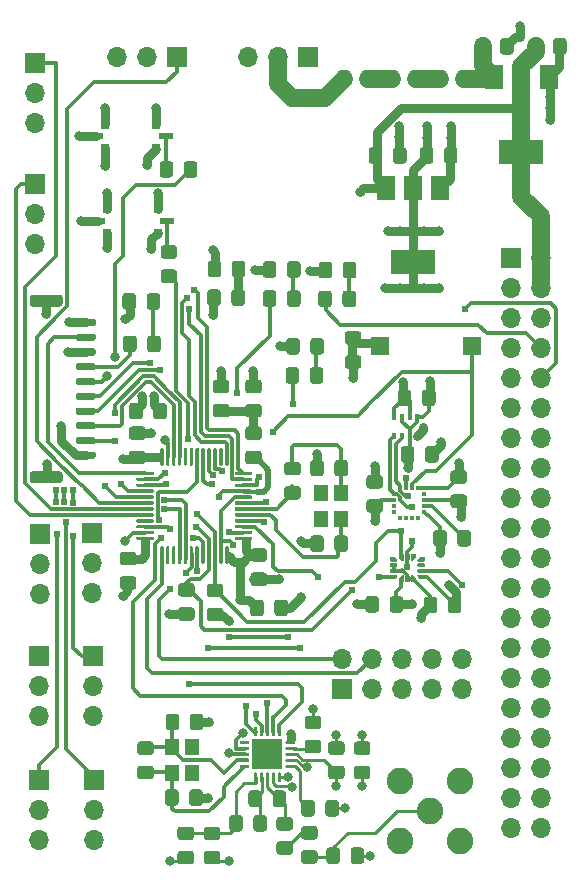
<source format=gtl>
G04 #@! TF.GenerationSoftware,KiCad,Pcbnew,(5.1.6)-1*
G04 #@! TF.CreationDate,2021-10-25T07:34:01+01:00*
G04 #@! TF.ProjectId,Corinthians-Flight-Control-System,436f7269-6e74-4686-9961-6e732d466c69,1*
G04 #@! TF.SameCoordinates,Original*
G04 #@! TF.FileFunction,Copper,L1,Top*
G04 #@! TF.FilePolarity,Positive*
%FSLAX46Y46*%
G04 Gerber Fmt 4.6, Leading zero omitted, Abs format (unit mm)*
G04 Created by KiCad (PCBNEW (5.1.6)-1) date 2021-10-25 07:34:01*
%MOMM*%
%LPD*%
G01*
G04 APERTURE LIST*
G04 #@! TA.AperFunction,SMDPad,CuDef*
%ADD10R,1.200000X1.400000*%
G04 #@! TD*
G04 #@! TA.AperFunction,ComponentPad*
%ADD11O,1.700000X1.700000*%
G04 #@! TD*
G04 #@! TA.AperFunction,ComponentPad*
%ADD12R,1.700000X1.700000*%
G04 #@! TD*
G04 #@! TA.AperFunction,ComponentPad*
%ADD13C,2.250000*%
G04 #@! TD*
G04 #@! TA.AperFunction,SMDPad,CuDef*
%ADD14R,1.500000X2.000000*%
G04 #@! TD*
G04 #@! TA.AperFunction,SMDPad,CuDef*
%ADD15R,3.800000X2.000000*%
G04 #@! TD*
G04 #@! TA.AperFunction,SMDPad,CuDef*
%ADD16R,0.450000X0.300000*%
G04 #@! TD*
G04 #@! TA.AperFunction,SMDPad,CuDef*
%ADD17R,0.300000X0.450000*%
G04 #@! TD*
G04 #@! TA.AperFunction,SMDPad,CuDef*
%ADD18R,2.500000X2.500000*%
G04 #@! TD*
G04 #@! TA.AperFunction,SMDPad,CuDef*
%ADD19R,0.350000X0.500000*%
G04 #@! TD*
G04 #@! TA.AperFunction,SMDPad,CuDef*
%ADD20C,0.100000*%
G04 #@! TD*
G04 #@! TA.AperFunction,SMDPad,CuDef*
%ADD21R,0.700000X0.700000*%
G04 #@! TD*
G04 #@! TA.AperFunction,SMDPad,CuDef*
%ADD22R,1.200000X0.500000*%
G04 #@! TD*
G04 #@! TA.AperFunction,SMDPad,CuDef*
%ADD23R,1.500000X1.500000*%
G04 #@! TD*
G04 #@! TA.AperFunction,ViaPad*
%ADD24C,0.800000*%
G04 #@! TD*
G04 #@! TA.AperFunction,ViaPad*
%ADD25C,0.620000*%
G04 #@! TD*
G04 #@! TA.AperFunction,Conductor*
%ADD26C,0.320000*%
G04 #@! TD*
G04 #@! TA.AperFunction,Conductor*
%ADD27C,0.800000*%
G04 #@! TD*
G04 #@! TA.AperFunction,Conductor*
%ADD28C,0.293370*%
G04 #@! TD*
G04 #@! TA.AperFunction,Conductor*
%ADD29C,1.500000*%
G04 #@! TD*
G04 #@! TA.AperFunction,Conductor*
%ADD30C,0.500000*%
G04 #@! TD*
G04 APERTURE END LIST*
G04 #@! TA.AperFunction,SMDPad,CuDef*
G36*
G01*
X99793380Y-165452940D02*
X99793380Y-166777940D01*
G75*
G02*
X99718380Y-166852940I-75000J0D01*
G01*
X99568380Y-166852940D01*
G75*
G02*
X99493380Y-166777940I0J75000D01*
G01*
X99493380Y-165452940D01*
G75*
G02*
X99568380Y-165377940I75000J0D01*
G01*
X99718380Y-165377940D01*
G75*
G02*
X99793380Y-165452940I0J-75000D01*
G01*
G37*
G04 #@! TD.AperFunction*
G04 #@! TA.AperFunction,SMDPad,CuDef*
G36*
G01*
X99293380Y-165452940D02*
X99293380Y-166777940D01*
G75*
G02*
X99218380Y-166852940I-75000J0D01*
G01*
X99068380Y-166852940D01*
G75*
G02*
X98993380Y-166777940I0J75000D01*
G01*
X98993380Y-165452940D01*
G75*
G02*
X99068380Y-165377940I75000J0D01*
G01*
X99218380Y-165377940D01*
G75*
G02*
X99293380Y-165452940I0J-75000D01*
G01*
G37*
G04 #@! TD.AperFunction*
G04 #@! TA.AperFunction,SMDPad,CuDef*
G36*
G01*
X98793380Y-165452940D02*
X98793380Y-166777940D01*
G75*
G02*
X98718380Y-166852940I-75000J0D01*
G01*
X98568380Y-166852940D01*
G75*
G02*
X98493380Y-166777940I0J75000D01*
G01*
X98493380Y-165452940D01*
G75*
G02*
X98568380Y-165377940I75000J0D01*
G01*
X98718380Y-165377940D01*
G75*
G02*
X98793380Y-165452940I0J-75000D01*
G01*
G37*
G04 #@! TD.AperFunction*
G04 #@! TA.AperFunction,SMDPad,CuDef*
G36*
G01*
X98293380Y-165452940D02*
X98293380Y-166777940D01*
G75*
G02*
X98218380Y-166852940I-75000J0D01*
G01*
X98068380Y-166852940D01*
G75*
G02*
X97993380Y-166777940I0J75000D01*
G01*
X97993380Y-165452940D01*
G75*
G02*
X98068380Y-165377940I75000J0D01*
G01*
X98218380Y-165377940D01*
G75*
G02*
X98293380Y-165452940I0J-75000D01*
G01*
G37*
G04 #@! TD.AperFunction*
G04 #@! TA.AperFunction,SMDPad,CuDef*
G36*
G01*
X97793380Y-165452940D02*
X97793380Y-166777940D01*
G75*
G02*
X97718380Y-166852940I-75000J0D01*
G01*
X97568380Y-166852940D01*
G75*
G02*
X97493380Y-166777940I0J75000D01*
G01*
X97493380Y-165452940D01*
G75*
G02*
X97568380Y-165377940I75000J0D01*
G01*
X97718380Y-165377940D01*
G75*
G02*
X97793380Y-165452940I0J-75000D01*
G01*
G37*
G04 #@! TD.AperFunction*
G04 #@! TA.AperFunction,SMDPad,CuDef*
G36*
G01*
X97293380Y-165452940D02*
X97293380Y-166777940D01*
G75*
G02*
X97218380Y-166852940I-75000J0D01*
G01*
X97068380Y-166852940D01*
G75*
G02*
X96993380Y-166777940I0J75000D01*
G01*
X96993380Y-165452940D01*
G75*
G02*
X97068380Y-165377940I75000J0D01*
G01*
X97218380Y-165377940D01*
G75*
G02*
X97293380Y-165452940I0J-75000D01*
G01*
G37*
G04 #@! TD.AperFunction*
G04 #@! TA.AperFunction,SMDPad,CuDef*
G36*
G01*
X96793380Y-165452940D02*
X96793380Y-166777940D01*
G75*
G02*
X96718380Y-166852940I-75000J0D01*
G01*
X96568380Y-166852940D01*
G75*
G02*
X96493380Y-166777940I0J75000D01*
G01*
X96493380Y-165452940D01*
G75*
G02*
X96568380Y-165377940I75000J0D01*
G01*
X96718380Y-165377940D01*
G75*
G02*
X96793380Y-165452940I0J-75000D01*
G01*
G37*
G04 #@! TD.AperFunction*
G04 #@! TA.AperFunction,SMDPad,CuDef*
G36*
G01*
X96293380Y-165452940D02*
X96293380Y-166777940D01*
G75*
G02*
X96218380Y-166852940I-75000J0D01*
G01*
X96068380Y-166852940D01*
G75*
G02*
X95993380Y-166777940I0J75000D01*
G01*
X95993380Y-165452940D01*
G75*
G02*
X96068380Y-165377940I75000J0D01*
G01*
X96218380Y-165377940D01*
G75*
G02*
X96293380Y-165452940I0J-75000D01*
G01*
G37*
G04 #@! TD.AperFunction*
G04 #@! TA.AperFunction,SMDPad,CuDef*
G36*
G01*
X95793380Y-165452940D02*
X95793380Y-166777940D01*
G75*
G02*
X95718380Y-166852940I-75000J0D01*
G01*
X95568380Y-166852940D01*
G75*
G02*
X95493380Y-166777940I0J75000D01*
G01*
X95493380Y-165452940D01*
G75*
G02*
X95568380Y-165377940I75000J0D01*
G01*
X95718380Y-165377940D01*
G75*
G02*
X95793380Y-165452940I0J-75000D01*
G01*
G37*
G04 #@! TD.AperFunction*
G04 #@! TA.AperFunction,SMDPad,CuDef*
G36*
G01*
X95293380Y-165452940D02*
X95293380Y-166777940D01*
G75*
G02*
X95218380Y-166852940I-75000J0D01*
G01*
X95068380Y-166852940D01*
G75*
G02*
X94993380Y-166777940I0J75000D01*
G01*
X94993380Y-165452940D01*
G75*
G02*
X95068380Y-165377940I75000J0D01*
G01*
X95218380Y-165377940D01*
G75*
G02*
X95293380Y-165452940I0J-75000D01*
G01*
G37*
G04 #@! TD.AperFunction*
G04 #@! TA.AperFunction,SMDPad,CuDef*
G36*
G01*
X94793380Y-165452940D02*
X94793380Y-166777940D01*
G75*
G02*
X94718380Y-166852940I-75000J0D01*
G01*
X94568380Y-166852940D01*
G75*
G02*
X94493380Y-166777940I0J75000D01*
G01*
X94493380Y-165452940D01*
G75*
G02*
X94568380Y-165377940I75000J0D01*
G01*
X94718380Y-165377940D01*
G75*
G02*
X94793380Y-165452940I0J-75000D01*
G01*
G37*
G04 #@! TD.AperFunction*
G04 #@! TA.AperFunction,SMDPad,CuDef*
G36*
G01*
X94293380Y-165452940D02*
X94293380Y-166777940D01*
G75*
G02*
X94218380Y-166852940I-75000J0D01*
G01*
X94068380Y-166852940D01*
G75*
G02*
X93993380Y-166777940I0J75000D01*
G01*
X93993380Y-165452940D01*
G75*
G02*
X94068380Y-165377940I75000J0D01*
G01*
X94218380Y-165377940D01*
G75*
G02*
X94293380Y-165452940I0J-75000D01*
G01*
G37*
G04 #@! TD.AperFunction*
G04 #@! TA.AperFunction,SMDPad,CuDef*
G36*
G01*
X93468380Y-164627940D02*
X93468380Y-164777940D01*
G75*
G02*
X93393380Y-164852940I-75000J0D01*
G01*
X92068380Y-164852940D01*
G75*
G02*
X91993380Y-164777940I0J75000D01*
G01*
X91993380Y-164627940D01*
G75*
G02*
X92068380Y-164552940I75000J0D01*
G01*
X93393380Y-164552940D01*
G75*
G02*
X93468380Y-164627940I0J-75000D01*
G01*
G37*
G04 #@! TD.AperFunction*
G04 #@! TA.AperFunction,SMDPad,CuDef*
G36*
G01*
X93468380Y-164127940D02*
X93468380Y-164277940D01*
G75*
G02*
X93393380Y-164352940I-75000J0D01*
G01*
X92068380Y-164352940D01*
G75*
G02*
X91993380Y-164277940I0J75000D01*
G01*
X91993380Y-164127940D01*
G75*
G02*
X92068380Y-164052940I75000J0D01*
G01*
X93393380Y-164052940D01*
G75*
G02*
X93468380Y-164127940I0J-75000D01*
G01*
G37*
G04 #@! TD.AperFunction*
G04 #@! TA.AperFunction,SMDPad,CuDef*
G36*
G01*
X93468380Y-163627940D02*
X93468380Y-163777940D01*
G75*
G02*
X93393380Y-163852940I-75000J0D01*
G01*
X92068380Y-163852940D01*
G75*
G02*
X91993380Y-163777940I0J75000D01*
G01*
X91993380Y-163627940D01*
G75*
G02*
X92068380Y-163552940I75000J0D01*
G01*
X93393380Y-163552940D01*
G75*
G02*
X93468380Y-163627940I0J-75000D01*
G01*
G37*
G04 #@! TD.AperFunction*
G04 #@! TA.AperFunction,SMDPad,CuDef*
G36*
G01*
X93468380Y-163127940D02*
X93468380Y-163277940D01*
G75*
G02*
X93393380Y-163352940I-75000J0D01*
G01*
X92068380Y-163352940D01*
G75*
G02*
X91993380Y-163277940I0J75000D01*
G01*
X91993380Y-163127940D01*
G75*
G02*
X92068380Y-163052940I75000J0D01*
G01*
X93393380Y-163052940D01*
G75*
G02*
X93468380Y-163127940I0J-75000D01*
G01*
G37*
G04 #@! TD.AperFunction*
G04 #@! TA.AperFunction,SMDPad,CuDef*
G36*
G01*
X93468380Y-162627940D02*
X93468380Y-162777940D01*
G75*
G02*
X93393380Y-162852940I-75000J0D01*
G01*
X92068380Y-162852940D01*
G75*
G02*
X91993380Y-162777940I0J75000D01*
G01*
X91993380Y-162627940D01*
G75*
G02*
X92068380Y-162552940I75000J0D01*
G01*
X93393380Y-162552940D01*
G75*
G02*
X93468380Y-162627940I0J-75000D01*
G01*
G37*
G04 #@! TD.AperFunction*
G04 #@! TA.AperFunction,SMDPad,CuDef*
G36*
G01*
X93468380Y-162127940D02*
X93468380Y-162277940D01*
G75*
G02*
X93393380Y-162352940I-75000J0D01*
G01*
X92068380Y-162352940D01*
G75*
G02*
X91993380Y-162277940I0J75000D01*
G01*
X91993380Y-162127940D01*
G75*
G02*
X92068380Y-162052940I75000J0D01*
G01*
X93393380Y-162052940D01*
G75*
G02*
X93468380Y-162127940I0J-75000D01*
G01*
G37*
G04 #@! TD.AperFunction*
G04 #@! TA.AperFunction,SMDPad,CuDef*
G36*
G01*
X93468380Y-161627940D02*
X93468380Y-161777940D01*
G75*
G02*
X93393380Y-161852940I-75000J0D01*
G01*
X92068380Y-161852940D01*
G75*
G02*
X91993380Y-161777940I0J75000D01*
G01*
X91993380Y-161627940D01*
G75*
G02*
X92068380Y-161552940I75000J0D01*
G01*
X93393380Y-161552940D01*
G75*
G02*
X93468380Y-161627940I0J-75000D01*
G01*
G37*
G04 #@! TD.AperFunction*
G04 #@! TA.AperFunction,SMDPad,CuDef*
G36*
G01*
X93468380Y-161127940D02*
X93468380Y-161277940D01*
G75*
G02*
X93393380Y-161352940I-75000J0D01*
G01*
X92068380Y-161352940D01*
G75*
G02*
X91993380Y-161277940I0J75000D01*
G01*
X91993380Y-161127940D01*
G75*
G02*
X92068380Y-161052940I75000J0D01*
G01*
X93393380Y-161052940D01*
G75*
G02*
X93468380Y-161127940I0J-75000D01*
G01*
G37*
G04 #@! TD.AperFunction*
G04 #@! TA.AperFunction,SMDPad,CuDef*
G36*
G01*
X93468380Y-160627940D02*
X93468380Y-160777940D01*
G75*
G02*
X93393380Y-160852940I-75000J0D01*
G01*
X92068380Y-160852940D01*
G75*
G02*
X91993380Y-160777940I0J75000D01*
G01*
X91993380Y-160627940D01*
G75*
G02*
X92068380Y-160552940I75000J0D01*
G01*
X93393380Y-160552940D01*
G75*
G02*
X93468380Y-160627940I0J-75000D01*
G01*
G37*
G04 #@! TD.AperFunction*
G04 #@! TA.AperFunction,SMDPad,CuDef*
G36*
G01*
X93468380Y-160127940D02*
X93468380Y-160277940D01*
G75*
G02*
X93393380Y-160352940I-75000J0D01*
G01*
X92068380Y-160352940D01*
G75*
G02*
X91993380Y-160277940I0J75000D01*
G01*
X91993380Y-160127940D01*
G75*
G02*
X92068380Y-160052940I75000J0D01*
G01*
X93393380Y-160052940D01*
G75*
G02*
X93468380Y-160127940I0J-75000D01*
G01*
G37*
G04 #@! TD.AperFunction*
G04 #@! TA.AperFunction,SMDPad,CuDef*
G36*
G01*
X93468380Y-159627940D02*
X93468380Y-159777940D01*
G75*
G02*
X93393380Y-159852940I-75000J0D01*
G01*
X92068380Y-159852940D01*
G75*
G02*
X91993380Y-159777940I0J75000D01*
G01*
X91993380Y-159627940D01*
G75*
G02*
X92068380Y-159552940I75000J0D01*
G01*
X93393380Y-159552940D01*
G75*
G02*
X93468380Y-159627940I0J-75000D01*
G01*
G37*
G04 #@! TD.AperFunction*
G04 #@! TA.AperFunction,SMDPad,CuDef*
G36*
G01*
X93468380Y-159127940D02*
X93468380Y-159277940D01*
G75*
G02*
X93393380Y-159352940I-75000J0D01*
G01*
X92068380Y-159352940D01*
G75*
G02*
X91993380Y-159277940I0J75000D01*
G01*
X91993380Y-159127940D01*
G75*
G02*
X92068380Y-159052940I75000J0D01*
G01*
X93393380Y-159052940D01*
G75*
G02*
X93468380Y-159127940I0J-75000D01*
G01*
G37*
G04 #@! TD.AperFunction*
G04 #@! TA.AperFunction,SMDPad,CuDef*
G36*
G01*
X94293380Y-157127940D02*
X94293380Y-158452940D01*
G75*
G02*
X94218380Y-158527940I-75000J0D01*
G01*
X94068380Y-158527940D01*
G75*
G02*
X93993380Y-158452940I0J75000D01*
G01*
X93993380Y-157127940D01*
G75*
G02*
X94068380Y-157052940I75000J0D01*
G01*
X94218380Y-157052940D01*
G75*
G02*
X94293380Y-157127940I0J-75000D01*
G01*
G37*
G04 #@! TD.AperFunction*
G04 #@! TA.AperFunction,SMDPad,CuDef*
G36*
G01*
X94793380Y-157127940D02*
X94793380Y-158452940D01*
G75*
G02*
X94718380Y-158527940I-75000J0D01*
G01*
X94568380Y-158527940D01*
G75*
G02*
X94493380Y-158452940I0J75000D01*
G01*
X94493380Y-157127940D01*
G75*
G02*
X94568380Y-157052940I75000J0D01*
G01*
X94718380Y-157052940D01*
G75*
G02*
X94793380Y-157127940I0J-75000D01*
G01*
G37*
G04 #@! TD.AperFunction*
G04 #@! TA.AperFunction,SMDPad,CuDef*
G36*
G01*
X95293380Y-157127940D02*
X95293380Y-158452940D01*
G75*
G02*
X95218380Y-158527940I-75000J0D01*
G01*
X95068380Y-158527940D01*
G75*
G02*
X94993380Y-158452940I0J75000D01*
G01*
X94993380Y-157127940D01*
G75*
G02*
X95068380Y-157052940I75000J0D01*
G01*
X95218380Y-157052940D01*
G75*
G02*
X95293380Y-157127940I0J-75000D01*
G01*
G37*
G04 #@! TD.AperFunction*
G04 #@! TA.AperFunction,SMDPad,CuDef*
G36*
G01*
X95793380Y-157127940D02*
X95793380Y-158452940D01*
G75*
G02*
X95718380Y-158527940I-75000J0D01*
G01*
X95568380Y-158527940D01*
G75*
G02*
X95493380Y-158452940I0J75000D01*
G01*
X95493380Y-157127940D01*
G75*
G02*
X95568380Y-157052940I75000J0D01*
G01*
X95718380Y-157052940D01*
G75*
G02*
X95793380Y-157127940I0J-75000D01*
G01*
G37*
G04 #@! TD.AperFunction*
G04 #@! TA.AperFunction,SMDPad,CuDef*
G36*
G01*
X96293380Y-157127940D02*
X96293380Y-158452940D01*
G75*
G02*
X96218380Y-158527940I-75000J0D01*
G01*
X96068380Y-158527940D01*
G75*
G02*
X95993380Y-158452940I0J75000D01*
G01*
X95993380Y-157127940D01*
G75*
G02*
X96068380Y-157052940I75000J0D01*
G01*
X96218380Y-157052940D01*
G75*
G02*
X96293380Y-157127940I0J-75000D01*
G01*
G37*
G04 #@! TD.AperFunction*
G04 #@! TA.AperFunction,SMDPad,CuDef*
G36*
G01*
X96793380Y-157127940D02*
X96793380Y-158452940D01*
G75*
G02*
X96718380Y-158527940I-75000J0D01*
G01*
X96568380Y-158527940D01*
G75*
G02*
X96493380Y-158452940I0J75000D01*
G01*
X96493380Y-157127940D01*
G75*
G02*
X96568380Y-157052940I75000J0D01*
G01*
X96718380Y-157052940D01*
G75*
G02*
X96793380Y-157127940I0J-75000D01*
G01*
G37*
G04 #@! TD.AperFunction*
G04 #@! TA.AperFunction,SMDPad,CuDef*
G36*
G01*
X97293380Y-157127940D02*
X97293380Y-158452940D01*
G75*
G02*
X97218380Y-158527940I-75000J0D01*
G01*
X97068380Y-158527940D01*
G75*
G02*
X96993380Y-158452940I0J75000D01*
G01*
X96993380Y-157127940D01*
G75*
G02*
X97068380Y-157052940I75000J0D01*
G01*
X97218380Y-157052940D01*
G75*
G02*
X97293380Y-157127940I0J-75000D01*
G01*
G37*
G04 #@! TD.AperFunction*
G04 #@! TA.AperFunction,SMDPad,CuDef*
G36*
G01*
X97793380Y-157127940D02*
X97793380Y-158452940D01*
G75*
G02*
X97718380Y-158527940I-75000J0D01*
G01*
X97568380Y-158527940D01*
G75*
G02*
X97493380Y-158452940I0J75000D01*
G01*
X97493380Y-157127940D01*
G75*
G02*
X97568380Y-157052940I75000J0D01*
G01*
X97718380Y-157052940D01*
G75*
G02*
X97793380Y-157127940I0J-75000D01*
G01*
G37*
G04 #@! TD.AperFunction*
G04 #@! TA.AperFunction,SMDPad,CuDef*
G36*
G01*
X98293380Y-157127940D02*
X98293380Y-158452940D01*
G75*
G02*
X98218380Y-158527940I-75000J0D01*
G01*
X98068380Y-158527940D01*
G75*
G02*
X97993380Y-158452940I0J75000D01*
G01*
X97993380Y-157127940D01*
G75*
G02*
X98068380Y-157052940I75000J0D01*
G01*
X98218380Y-157052940D01*
G75*
G02*
X98293380Y-157127940I0J-75000D01*
G01*
G37*
G04 #@! TD.AperFunction*
G04 #@! TA.AperFunction,SMDPad,CuDef*
G36*
G01*
X98793380Y-157127940D02*
X98793380Y-158452940D01*
G75*
G02*
X98718380Y-158527940I-75000J0D01*
G01*
X98568380Y-158527940D01*
G75*
G02*
X98493380Y-158452940I0J75000D01*
G01*
X98493380Y-157127940D01*
G75*
G02*
X98568380Y-157052940I75000J0D01*
G01*
X98718380Y-157052940D01*
G75*
G02*
X98793380Y-157127940I0J-75000D01*
G01*
G37*
G04 #@! TD.AperFunction*
G04 #@! TA.AperFunction,SMDPad,CuDef*
G36*
G01*
X99293380Y-157127940D02*
X99293380Y-158452940D01*
G75*
G02*
X99218380Y-158527940I-75000J0D01*
G01*
X99068380Y-158527940D01*
G75*
G02*
X98993380Y-158452940I0J75000D01*
G01*
X98993380Y-157127940D01*
G75*
G02*
X99068380Y-157052940I75000J0D01*
G01*
X99218380Y-157052940D01*
G75*
G02*
X99293380Y-157127940I0J-75000D01*
G01*
G37*
G04 #@! TD.AperFunction*
G04 #@! TA.AperFunction,SMDPad,CuDef*
G36*
G01*
X99793380Y-157127940D02*
X99793380Y-158452940D01*
G75*
G02*
X99718380Y-158527940I-75000J0D01*
G01*
X99568380Y-158527940D01*
G75*
G02*
X99493380Y-158452940I0J75000D01*
G01*
X99493380Y-157127940D01*
G75*
G02*
X99568380Y-157052940I75000J0D01*
G01*
X99718380Y-157052940D01*
G75*
G02*
X99793380Y-157127940I0J-75000D01*
G01*
G37*
G04 #@! TD.AperFunction*
G04 #@! TA.AperFunction,SMDPad,CuDef*
G36*
G01*
X101793380Y-159127940D02*
X101793380Y-159277940D01*
G75*
G02*
X101718380Y-159352940I-75000J0D01*
G01*
X100393380Y-159352940D01*
G75*
G02*
X100318380Y-159277940I0J75000D01*
G01*
X100318380Y-159127940D01*
G75*
G02*
X100393380Y-159052940I75000J0D01*
G01*
X101718380Y-159052940D01*
G75*
G02*
X101793380Y-159127940I0J-75000D01*
G01*
G37*
G04 #@! TD.AperFunction*
G04 #@! TA.AperFunction,SMDPad,CuDef*
G36*
G01*
X101793380Y-159627940D02*
X101793380Y-159777940D01*
G75*
G02*
X101718380Y-159852940I-75000J0D01*
G01*
X100393380Y-159852940D01*
G75*
G02*
X100318380Y-159777940I0J75000D01*
G01*
X100318380Y-159627940D01*
G75*
G02*
X100393380Y-159552940I75000J0D01*
G01*
X101718380Y-159552940D01*
G75*
G02*
X101793380Y-159627940I0J-75000D01*
G01*
G37*
G04 #@! TD.AperFunction*
G04 #@! TA.AperFunction,SMDPad,CuDef*
G36*
G01*
X101793380Y-160127940D02*
X101793380Y-160277940D01*
G75*
G02*
X101718380Y-160352940I-75000J0D01*
G01*
X100393380Y-160352940D01*
G75*
G02*
X100318380Y-160277940I0J75000D01*
G01*
X100318380Y-160127940D01*
G75*
G02*
X100393380Y-160052940I75000J0D01*
G01*
X101718380Y-160052940D01*
G75*
G02*
X101793380Y-160127940I0J-75000D01*
G01*
G37*
G04 #@! TD.AperFunction*
G04 #@! TA.AperFunction,SMDPad,CuDef*
G36*
G01*
X101793380Y-160627940D02*
X101793380Y-160777940D01*
G75*
G02*
X101718380Y-160852940I-75000J0D01*
G01*
X100393380Y-160852940D01*
G75*
G02*
X100318380Y-160777940I0J75000D01*
G01*
X100318380Y-160627940D01*
G75*
G02*
X100393380Y-160552940I75000J0D01*
G01*
X101718380Y-160552940D01*
G75*
G02*
X101793380Y-160627940I0J-75000D01*
G01*
G37*
G04 #@! TD.AperFunction*
G04 #@! TA.AperFunction,SMDPad,CuDef*
G36*
G01*
X101793380Y-161127940D02*
X101793380Y-161277940D01*
G75*
G02*
X101718380Y-161352940I-75000J0D01*
G01*
X100393380Y-161352940D01*
G75*
G02*
X100318380Y-161277940I0J75000D01*
G01*
X100318380Y-161127940D01*
G75*
G02*
X100393380Y-161052940I75000J0D01*
G01*
X101718380Y-161052940D01*
G75*
G02*
X101793380Y-161127940I0J-75000D01*
G01*
G37*
G04 #@! TD.AperFunction*
G04 #@! TA.AperFunction,SMDPad,CuDef*
G36*
G01*
X101793380Y-161627940D02*
X101793380Y-161777940D01*
G75*
G02*
X101718380Y-161852940I-75000J0D01*
G01*
X100393380Y-161852940D01*
G75*
G02*
X100318380Y-161777940I0J75000D01*
G01*
X100318380Y-161627940D01*
G75*
G02*
X100393380Y-161552940I75000J0D01*
G01*
X101718380Y-161552940D01*
G75*
G02*
X101793380Y-161627940I0J-75000D01*
G01*
G37*
G04 #@! TD.AperFunction*
G04 #@! TA.AperFunction,SMDPad,CuDef*
G36*
G01*
X101793380Y-162127940D02*
X101793380Y-162277940D01*
G75*
G02*
X101718380Y-162352940I-75000J0D01*
G01*
X100393380Y-162352940D01*
G75*
G02*
X100318380Y-162277940I0J75000D01*
G01*
X100318380Y-162127940D01*
G75*
G02*
X100393380Y-162052940I75000J0D01*
G01*
X101718380Y-162052940D01*
G75*
G02*
X101793380Y-162127940I0J-75000D01*
G01*
G37*
G04 #@! TD.AperFunction*
G04 #@! TA.AperFunction,SMDPad,CuDef*
G36*
G01*
X101793380Y-162627940D02*
X101793380Y-162777940D01*
G75*
G02*
X101718380Y-162852940I-75000J0D01*
G01*
X100393380Y-162852940D01*
G75*
G02*
X100318380Y-162777940I0J75000D01*
G01*
X100318380Y-162627940D01*
G75*
G02*
X100393380Y-162552940I75000J0D01*
G01*
X101718380Y-162552940D01*
G75*
G02*
X101793380Y-162627940I0J-75000D01*
G01*
G37*
G04 #@! TD.AperFunction*
G04 #@! TA.AperFunction,SMDPad,CuDef*
G36*
G01*
X101793380Y-163127940D02*
X101793380Y-163277940D01*
G75*
G02*
X101718380Y-163352940I-75000J0D01*
G01*
X100393380Y-163352940D01*
G75*
G02*
X100318380Y-163277940I0J75000D01*
G01*
X100318380Y-163127940D01*
G75*
G02*
X100393380Y-163052940I75000J0D01*
G01*
X101718380Y-163052940D01*
G75*
G02*
X101793380Y-163127940I0J-75000D01*
G01*
G37*
G04 #@! TD.AperFunction*
G04 #@! TA.AperFunction,SMDPad,CuDef*
G36*
G01*
X101793380Y-163627940D02*
X101793380Y-163777940D01*
G75*
G02*
X101718380Y-163852940I-75000J0D01*
G01*
X100393380Y-163852940D01*
G75*
G02*
X100318380Y-163777940I0J75000D01*
G01*
X100318380Y-163627940D01*
G75*
G02*
X100393380Y-163552940I75000J0D01*
G01*
X101718380Y-163552940D01*
G75*
G02*
X101793380Y-163627940I0J-75000D01*
G01*
G37*
G04 #@! TD.AperFunction*
G04 #@! TA.AperFunction,SMDPad,CuDef*
G36*
G01*
X101793380Y-164127940D02*
X101793380Y-164277940D01*
G75*
G02*
X101718380Y-164352940I-75000J0D01*
G01*
X100393380Y-164352940D01*
G75*
G02*
X100318380Y-164277940I0J75000D01*
G01*
X100318380Y-164127940D01*
G75*
G02*
X100393380Y-164052940I75000J0D01*
G01*
X101718380Y-164052940D01*
G75*
G02*
X101793380Y-164127940I0J-75000D01*
G01*
G37*
G04 #@! TD.AperFunction*
G04 #@! TA.AperFunction,SMDPad,CuDef*
G36*
G01*
X101793380Y-164627940D02*
X101793380Y-164777940D01*
G75*
G02*
X101718380Y-164852940I-75000J0D01*
G01*
X100393380Y-164852940D01*
G75*
G02*
X100318380Y-164777940I0J75000D01*
G01*
X100318380Y-164627940D01*
G75*
G02*
X100393380Y-164552940I75000J0D01*
G01*
X101718380Y-164552940D01*
G75*
G02*
X101793380Y-164627940I0J-75000D01*
G01*
G37*
G04 #@! TD.AperFunction*
G04 #@! TA.AperFunction,SMDPad,CuDef*
G36*
G01*
X108755600Y-165600801D02*
X108755600Y-164700799D01*
G75*
G02*
X109005599Y-164450800I249999J0D01*
G01*
X109655601Y-164450800D01*
G75*
G02*
X109905600Y-164700799I0J-249999D01*
G01*
X109905600Y-165600801D01*
G75*
G02*
X109655601Y-165850800I-249999J0D01*
G01*
X109005599Y-165850800D01*
G75*
G02*
X108755600Y-165600801I0J249999D01*
G01*
G37*
G04 #@! TD.AperFunction*
G04 #@! TA.AperFunction,SMDPad,CuDef*
G36*
G01*
X106705600Y-165600801D02*
X106705600Y-164700799D01*
G75*
G02*
X106955599Y-164450800I249999J0D01*
G01*
X107605601Y-164450800D01*
G75*
G02*
X107855600Y-164700799I0J-249999D01*
G01*
X107855600Y-165600801D01*
G75*
G02*
X107605601Y-165850800I-249999J0D01*
G01*
X106955599Y-165850800D01*
G75*
G02*
X106705600Y-165600801I0J249999D01*
G01*
G37*
G04 #@! TD.AperFunction*
D10*
X96709600Y-182338800D03*
X96709600Y-184538800D03*
X95009600Y-184538800D03*
X95009600Y-182338800D03*
X107608000Y-163050400D03*
X107608000Y-160850400D03*
X109308000Y-160850400D03*
X109308000Y-163050400D03*
G04 #@! TA.AperFunction,SMDPad,CuDef*
G36*
G01*
X95104800Y-133001599D02*
X95104800Y-133901601D01*
G75*
G02*
X94854801Y-134151600I-249999J0D01*
G01*
X94204799Y-134151600D01*
G75*
G02*
X93954800Y-133901601I0J249999D01*
G01*
X93954800Y-133001599D01*
G75*
G02*
X94204799Y-132751600I249999J0D01*
G01*
X94854801Y-132751600D01*
G75*
G02*
X95104800Y-133001599I0J-249999D01*
G01*
G37*
G04 #@! TD.AperFunction*
G04 #@! TA.AperFunction,SMDPad,CuDef*
G36*
G01*
X97154800Y-133001599D02*
X97154800Y-133901601D01*
G75*
G02*
X96904801Y-134151600I-249999J0D01*
G01*
X96254799Y-134151600D01*
G75*
G02*
X96004800Y-133901601I0J249999D01*
G01*
X96004800Y-133001599D01*
G75*
G02*
X96254799Y-132751600I249999J0D01*
G01*
X96904801Y-132751600D01*
G75*
G02*
X97154800Y-133001599I0J-249999D01*
G01*
G37*
G04 #@! TD.AperFunction*
G04 #@! TA.AperFunction,SMDPad,CuDef*
G36*
G01*
X92906000Y-148684401D02*
X92906000Y-147784399D01*
G75*
G02*
X93155999Y-147534400I249999J0D01*
G01*
X93806001Y-147534400D01*
G75*
G02*
X94056000Y-147784399I0J-249999D01*
G01*
X94056000Y-148684401D01*
G75*
G02*
X93806001Y-148934400I-249999J0D01*
G01*
X93155999Y-148934400D01*
G75*
G02*
X92906000Y-148684401I0J249999D01*
G01*
G37*
G04 #@! TD.AperFunction*
G04 #@! TA.AperFunction,SMDPad,CuDef*
G36*
G01*
X90856000Y-148684401D02*
X90856000Y-147784399D01*
G75*
G02*
X91105999Y-147534400I249999J0D01*
G01*
X91756001Y-147534400D01*
G75*
G02*
X92006000Y-147784399I0J-249999D01*
G01*
X92006000Y-148684401D01*
G75*
G02*
X91756001Y-148934400I-249999J0D01*
G01*
X91105999Y-148934400D01*
G75*
G02*
X90856000Y-148684401I0J249999D01*
G01*
G37*
G04 #@! TD.AperFunction*
G04 #@! TA.AperFunction,SMDPad,CuDef*
G36*
G01*
X105656801Y-159366800D02*
X104756799Y-159366800D01*
G75*
G02*
X104506800Y-159116801I0J249999D01*
G01*
X104506800Y-158466799D01*
G75*
G02*
X104756799Y-158216800I249999J0D01*
G01*
X105656801Y-158216800D01*
G75*
G02*
X105906800Y-158466799I0J-249999D01*
G01*
X105906800Y-159116801D01*
G75*
G02*
X105656801Y-159366800I-249999J0D01*
G01*
G37*
G04 #@! TD.AperFunction*
G04 #@! TA.AperFunction,SMDPad,CuDef*
G36*
G01*
X105656801Y-161416800D02*
X104756799Y-161416800D01*
G75*
G02*
X104506800Y-161166801I0J249999D01*
G01*
X104506800Y-160516799D01*
G75*
G02*
X104756799Y-160266800I249999J0D01*
G01*
X105656801Y-160266800D01*
G75*
G02*
X105906800Y-160516799I0J-249999D01*
G01*
X105906800Y-161166801D01*
G75*
G02*
X105656801Y-161416800I-249999J0D01*
G01*
G37*
G04 #@! TD.AperFunction*
G04 #@! TA.AperFunction,SMDPad,CuDef*
G36*
G01*
X100041000Y-144772801D02*
X100041000Y-143872799D01*
G75*
G02*
X100290999Y-143622800I249999J0D01*
G01*
X100941001Y-143622800D01*
G75*
G02*
X101191000Y-143872799I0J-249999D01*
G01*
X101191000Y-144772801D01*
G75*
G02*
X100941001Y-145022800I-249999J0D01*
G01*
X100290999Y-145022800D01*
G75*
G02*
X100041000Y-144772801I0J249999D01*
G01*
G37*
G04 #@! TD.AperFunction*
G04 #@! TA.AperFunction,SMDPad,CuDef*
G36*
G01*
X97991000Y-144772801D02*
X97991000Y-143872799D01*
G75*
G02*
X98240999Y-143622800I249999J0D01*
G01*
X98891001Y-143622800D01*
G75*
G02*
X99141000Y-143872799I0J-249999D01*
G01*
X99141000Y-144772801D01*
G75*
G02*
X98891001Y-145022800I-249999J0D01*
G01*
X98240999Y-145022800D01*
G75*
G02*
X97991000Y-144772801I0J249999D01*
G01*
G37*
G04 #@! TD.AperFunction*
G04 #@! TA.AperFunction,SMDPad,CuDef*
G36*
G01*
X104740000Y-144849001D02*
X104740000Y-143948999D01*
G75*
G02*
X104989999Y-143699000I249999J0D01*
G01*
X105640001Y-143699000D01*
G75*
G02*
X105890000Y-143948999I0J-249999D01*
G01*
X105890000Y-144849001D01*
G75*
G02*
X105640001Y-145099000I-249999J0D01*
G01*
X104989999Y-145099000D01*
G75*
G02*
X104740000Y-144849001I0J249999D01*
G01*
G37*
G04 #@! TD.AperFunction*
G04 #@! TA.AperFunction,SMDPad,CuDef*
G36*
G01*
X102690000Y-144849001D02*
X102690000Y-143948999D01*
G75*
G02*
X102939999Y-143699000I249999J0D01*
G01*
X103590001Y-143699000D01*
G75*
G02*
X103840000Y-143948999I0J-249999D01*
G01*
X103840000Y-144849001D01*
G75*
G02*
X103590001Y-145099000I-249999J0D01*
G01*
X102939999Y-145099000D01*
G75*
G02*
X102690000Y-144849001I0J249999D01*
G01*
G37*
G04 #@! TD.AperFunction*
G04 #@! TA.AperFunction,SMDPad,CuDef*
G36*
G01*
X106672800Y-151351401D02*
X106672800Y-150451399D01*
G75*
G02*
X106922799Y-150201400I249999J0D01*
G01*
X107572801Y-150201400D01*
G75*
G02*
X107822800Y-150451399I0J-249999D01*
G01*
X107822800Y-151351401D01*
G75*
G02*
X107572801Y-151601400I-249999J0D01*
G01*
X106922799Y-151601400D01*
G75*
G02*
X106672800Y-151351401I0J249999D01*
G01*
G37*
G04 #@! TD.AperFunction*
G04 #@! TA.AperFunction,SMDPad,CuDef*
G36*
G01*
X104622800Y-151351401D02*
X104622800Y-150451399D01*
G75*
G02*
X104872799Y-150201400I249999J0D01*
G01*
X105522801Y-150201400D01*
G75*
G02*
X105772800Y-150451399I0J-249999D01*
G01*
X105772800Y-151351401D01*
G75*
G02*
X105522801Y-151601400I-249999J0D01*
G01*
X104872799Y-151601400D01*
G75*
G02*
X104622800Y-151351401I0J249999D01*
G01*
G37*
G04 #@! TD.AperFunction*
G04 #@! TA.AperFunction,SMDPad,CuDef*
G36*
G01*
X109439000Y-144874401D02*
X109439000Y-143974399D01*
G75*
G02*
X109688999Y-143724400I249999J0D01*
G01*
X110339001Y-143724400D01*
G75*
G02*
X110589000Y-143974399I0J-249999D01*
G01*
X110589000Y-144874401D01*
G75*
G02*
X110339001Y-145124400I-249999J0D01*
G01*
X109688999Y-145124400D01*
G75*
G02*
X109439000Y-144874401I0J249999D01*
G01*
G37*
G04 #@! TD.AperFunction*
G04 #@! TA.AperFunction,SMDPad,CuDef*
G36*
G01*
X107389000Y-144874401D02*
X107389000Y-143974399D01*
G75*
G02*
X107638999Y-143724400I249999J0D01*
G01*
X108289001Y-143724400D01*
G75*
G02*
X108539000Y-143974399I0J-249999D01*
G01*
X108539000Y-144874401D01*
G75*
G02*
X108289001Y-145124400I-249999J0D01*
G01*
X107638999Y-145124400D01*
G75*
G02*
X107389000Y-144874401I0J249999D01*
G01*
G37*
G04 #@! TD.AperFunction*
G04 #@! TA.AperFunction,SMDPad,CuDef*
G36*
G01*
X96665201Y-169628400D02*
X95765199Y-169628400D01*
G75*
G02*
X95515200Y-169378401I0J249999D01*
G01*
X95515200Y-168728399D01*
G75*
G02*
X95765199Y-168478400I249999J0D01*
G01*
X96665201Y-168478400D01*
G75*
G02*
X96915200Y-168728399I0J-249999D01*
G01*
X96915200Y-169378401D01*
G75*
G02*
X96665201Y-169628400I-249999J0D01*
G01*
G37*
G04 #@! TD.AperFunction*
G04 #@! TA.AperFunction,SMDPad,CuDef*
G36*
G01*
X96665201Y-171678400D02*
X95765199Y-171678400D01*
G75*
G02*
X95515200Y-171428401I0J249999D01*
G01*
X95515200Y-170778399D01*
G75*
G02*
X95765199Y-170528400I249999J0D01*
G01*
X96665201Y-170528400D01*
G75*
G02*
X96915200Y-170778399I0J-249999D01*
G01*
X96915200Y-171428401D01*
G75*
G02*
X96665201Y-171678400I-249999J0D01*
G01*
G37*
G04 #@! TD.AperFunction*
G04 #@! TA.AperFunction,SMDPad,CuDef*
G36*
G01*
X99103601Y-169679200D02*
X98203599Y-169679200D01*
G75*
G02*
X97953600Y-169429201I0J249999D01*
G01*
X97953600Y-168779199D01*
G75*
G02*
X98203599Y-168529200I249999J0D01*
G01*
X99103601Y-168529200D01*
G75*
G02*
X99353600Y-168779199I0J-249999D01*
G01*
X99353600Y-169429201D01*
G75*
G02*
X99103601Y-169679200I-249999J0D01*
G01*
G37*
G04 #@! TD.AperFunction*
G04 #@! TA.AperFunction,SMDPad,CuDef*
G36*
G01*
X99103601Y-171729200D02*
X98203599Y-171729200D01*
G75*
G02*
X97953600Y-171479201I0J249999D01*
G01*
X97953600Y-170829199D01*
G75*
G02*
X98203599Y-170579200I249999J0D01*
G01*
X99103601Y-170579200D01*
G75*
G02*
X99353600Y-170829199I0J-249999D01*
G01*
X99353600Y-171479201D01*
G75*
G02*
X99103601Y-171729200I-249999J0D01*
G01*
G37*
G04 #@! TD.AperFunction*
G04 #@! TA.AperFunction,SMDPad,CuDef*
G36*
G01*
X95192001Y-141028000D02*
X94291999Y-141028000D01*
G75*
G02*
X94042000Y-140778001I0J249999D01*
G01*
X94042000Y-140127999D01*
G75*
G02*
X94291999Y-139878000I249999J0D01*
G01*
X95192001Y-139878000D01*
G75*
G02*
X95442000Y-140127999I0J-249999D01*
G01*
X95442000Y-140778001D01*
G75*
G02*
X95192001Y-141028000I-249999J0D01*
G01*
G37*
G04 #@! TD.AperFunction*
G04 #@! TA.AperFunction,SMDPad,CuDef*
G36*
G01*
X95192001Y-143078000D02*
X94291999Y-143078000D01*
G75*
G02*
X94042000Y-142828001I0J249999D01*
G01*
X94042000Y-142177999D01*
G75*
G02*
X94291999Y-141928000I249999J0D01*
G01*
X95192001Y-141928000D01*
G75*
G02*
X95442000Y-142177999I0J-249999D01*
G01*
X95442000Y-142828001D01*
G75*
G02*
X95192001Y-143078000I-249999J0D01*
G01*
G37*
G04 #@! TD.AperFunction*
G04 #@! TA.AperFunction,SMDPad,CuDef*
G36*
G01*
X107993600Y-188003601D02*
X107993600Y-187103599D01*
G75*
G02*
X108243599Y-186853600I249999J0D01*
G01*
X108893601Y-186853600D01*
G75*
G02*
X109143600Y-187103599I0J-249999D01*
G01*
X109143600Y-188003601D01*
G75*
G02*
X108893601Y-188253600I-249999J0D01*
G01*
X108243599Y-188253600D01*
G75*
G02*
X107993600Y-188003601I0J249999D01*
G01*
G37*
G04 #@! TD.AperFunction*
G04 #@! TA.AperFunction,SMDPad,CuDef*
G36*
G01*
X105943600Y-188003601D02*
X105943600Y-187103599D01*
G75*
G02*
X106193599Y-186853600I249999J0D01*
G01*
X106843601Y-186853600D01*
G75*
G02*
X107093600Y-187103599I0J-249999D01*
G01*
X107093600Y-188003601D01*
G75*
G02*
X106843601Y-188253600I-249999J0D01*
G01*
X106193599Y-188253600D01*
G75*
G02*
X105943600Y-188003601I0J249999D01*
G01*
G37*
G04 #@! TD.AperFunction*
G04 #@! TA.AperFunction,SMDPad,CuDef*
G36*
G01*
X93210801Y-183039600D02*
X92310799Y-183039600D01*
G75*
G02*
X92060800Y-182789601I0J249999D01*
G01*
X92060800Y-182139599D01*
G75*
G02*
X92310799Y-181889600I249999J0D01*
G01*
X93210801Y-181889600D01*
G75*
G02*
X93460800Y-182139599I0J-249999D01*
G01*
X93460800Y-182789601D01*
G75*
G02*
X93210801Y-183039600I-249999J0D01*
G01*
G37*
G04 #@! TD.AperFunction*
G04 #@! TA.AperFunction,SMDPad,CuDef*
G36*
G01*
X93210801Y-185089600D02*
X92310799Y-185089600D01*
G75*
G02*
X92060800Y-184839601I0J249999D01*
G01*
X92060800Y-184189599D01*
G75*
G02*
X92310799Y-183939600I249999J0D01*
G01*
X93210801Y-183939600D01*
G75*
G02*
X93460800Y-184189599I0J-249999D01*
G01*
X93460800Y-184839601D01*
G75*
G02*
X93210801Y-185089600I-249999J0D01*
G01*
G37*
G04 #@! TD.AperFunction*
G04 #@! TA.AperFunction,SMDPad,CuDef*
G36*
G01*
X101454799Y-157269600D02*
X102354801Y-157269600D01*
G75*
G02*
X102604800Y-157519599I0J-249999D01*
G01*
X102604800Y-158169601D01*
G75*
G02*
X102354801Y-158419600I-249999J0D01*
G01*
X101454799Y-158419600D01*
G75*
G02*
X101204800Y-158169601I0J249999D01*
G01*
X101204800Y-157519599D01*
G75*
G02*
X101454799Y-157269600I249999J0D01*
G01*
G37*
G04 #@! TD.AperFunction*
G04 #@! TA.AperFunction,SMDPad,CuDef*
G36*
G01*
X101454799Y-155219600D02*
X102354801Y-155219600D01*
G75*
G02*
X102604800Y-155469599I0J-249999D01*
G01*
X102604800Y-156119601D01*
G75*
G02*
X102354801Y-156369600I-249999J0D01*
G01*
X101454799Y-156369600D01*
G75*
G02*
X101204800Y-156119601I0J249999D01*
G01*
X101204800Y-155469599D01*
G75*
G02*
X101454799Y-155219600I249999J0D01*
G01*
G37*
G04 #@! TD.AperFunction*
G04 #@! TA.AperFunction,SMDPad,CuDef*
G36*
G01*
X104096399Y-190340400D02*
X104996401Y-190340400D01*
G75*
G02*
X105246400Y-190590399I0J-249999D01*
G01*
X105246400Y-191240401D01*
G75*
G02*
X104996401Y-191490400I-249999J0D01*
G01*
X104096399Y-191490400D01*
G75*
G02*
X103846400Y-191240401I0J249999D01*
G01*
X103846400Y-190590399D01*
G75*
G02*
X104096399Y-190340400I249999J0D01*
G01*
G37*
G04 #@! TD.AperFunction*
G04 #@! TA.AperFunction,SMDPad,CuDef*
G36*
G01*
X104096399Y-188290400D02*
X104996401Y-188290400D01*
G75*
G02*
X105246400Y-188540399I0J-249999D01*
G01*
X105246400Y-189190401D01*
G75*
G02*
X104996401Y-189440400I-249999J0D01*
G01*
X104096399Y-189440400D01*
G75*
G02*
X103846400Y-189190401I0J249999D01*
G01*
X103846400Y-188540399D01*
G75*
G02*
X104096399Y-188290400I249999J0D01*
G01*
G37*
G04 #@! TD.AperFunction*
G04 #@! TA.AperFunction,SMDPad,CuDef*
G36*
G01*
X100997600Y-188373599D02*
X100997600Y-189273601D01*
G75*
G02*
X100747601Y-189523600I-249999J0D01*
G01*
X100097599Y-189523600D01*
G75*
G02*
X99847600Y-189273601I0J249999D01*
G01*
X99847600Y-188373599D01*
G75*
G02*
X100097599Y-188123600I249999J0D01*
G01*
X100747601Y-188123600D01*
G75*
G02*
X100997600Y-188373599I0J-249999D01*
G01*
G37*
G04 #@! TD.AperFunction*
G04 #@! TA.AperFunction,SMDPad,CuDef*
G36*
G01*
X103047600Y-188373599D02*
X103047600Y-189273601D01*
G75*
G02*
X102797601Y-189523600I-249999J0D01*
G01*
X102147599Y-189523600D01*
G75*
G02*
X101897600Y-189273601I0J249999D01*
G01*
X101897600Y-188373599D01*
G75*
G02*
X102147599Y-188123600I249999J0D01*
G01*
X102797601Y-188123600D01*
G75*
G02*
X103047600Y-188373599I0J-249999D01*
G01*
G37*
G04 #@! TD.AperFunction*
G04 #@! TA.AperFunction,SMDPad,CuDef*
G36*
G01*
X103523200Y-187190801D02*
X103523200Y-186290799D01*
G75*
G02*
X103773199Y-186040800I249999J0D01*
G01*
X104423201Y-186040800D01*
G75*
G02*
X104673200Y-186290799I0J-249999D01*
G01*
X104673200Y-187190801D01*
G75*
G02*
X104423201Y-187440800I-249999J0D01*
G01*
X103773199Y-187440800D01*
G75*
G02*
X103523200Y-187190801I0J249999D01*
G01*
G37*
G04 #@! TD.AperFunction*
G04 #@! TA.AperFunction,SMDPad,CuDef*
G36*
G01*
X101473200Y-187190801D02*
X101473200Y-186290799D01*
G75*
G02*
X101723199Y-186040800I249999J0D01*
G01*
X102373201Y-186040800D01*
G75*
G02*
X102623200Y-186290799I0J-249999D01*
G01*
X102623200Y-187190801D01*
G75*
G02*
X102373201Y-187440800I-249999J0D01*
G01*
X101723199Y-187440800D01*
G75*
G02*
X101473200Y-187190801I0J249999D01*
G01*
G37*
G04 #@! TD.AperFunction*
G04 #@! TA.AperFunction,SMDPad,CuDef*
G36*
G01*
X119169600Y-126230801D02*
X119169600Y-125330799D01*
G75*
G02*
X119419599Y-125080800I249999J0D01*
G01*
X120069601Y-125080800D01*
G75*
G02*
X120319600Y-125330799I0J-249999D01*
G01*
X120319600Y-126230801D01*
G75*
G02*
X120069601Y-126480800I-249999J0D01*
G01*
X119419599Y-126480800D01*
G75*
G02*
X119169600Y-126230801I0J249999D01*
G01*
G37*
G04 #@! TD.AperFunction*
G04 #@! TA.AperFunction,SMDPad,CuDef*
G36*
G01*
X117119600Y-126230801D02*
X117119600Y-125330799D01*
G75*
G02*
X117369599Y-125080800I249999J0D01*
G01*
X118019601Y-125080800D01*
G75*
G02*
X118269600Y-125330799I0J-249999D01*
G01*
X118269600Y-126230801D01*
G75*
G02*
X118019601Y-126480800I-249999J0D01*
G01*
X117369599Y-126480800D01*
G75*
G02*
X117119600Y-126230801I0J249999D01*
G01*
G37*
G04 #@! TD.AperFunction*
G04 #@! TA.AperFunction,SMDPad,CuDef*
G36*
G01*
X115105600Y-126230801D02*
X115105600Y-125330799D01*
G75*
G02*
X115355599Y-125080800I249999J0D01*
G01*
X116005601Y-125080800D01*
G75*
G02*
X116255600Y-125330799I0J-249999D01*
G01*
X116255600Y-126230801D01*
G75*
G02*
X116005601Y-126480800I-249999J0D01*
G01*
X115355599Y-126480800D01*
G75*
G02*
X115105600Y-126230801I0J249999D01*
G01*
G37*
G04 #@! TD.AperFunction*
G04 #@! TA.AperFunction,SMDPad,CuDef*
G36*
G01*
X113055600Y-126230801D02*
X113055600Y-125330799D01*
G75*
G02*
X113305599Y-125080800I249999J0D01*
G01*
X113955601Y-125080800D01*
G75*
G02*
X114205600Y-125330799I0J-249999D01*
G01*
X114205600Y-126230801D01*
G75*
G02*
X113955601Y-126480800I-249999J0D01*
G01*
X113305599Y-126480800D01*
G75*
G02*
X113055600Y-126230801I0J249999D01*
G01*
G37*
G04 #@! TD.AperFunction*
G04 #@! TA.AperFunction,SMDPad,CuDef*
G36*
G01*
X110141600Y-125330799D02*
X110141600Y-126230801D01*
G75*
G02*
X109891601Y-126480800I-249999J0D01*
G01*
X109241599Y-126480800D01*
G75*
G02*
X108991600Y-126230801I0J249999D01*
G01*
X108991600Y-125330799D01*
G75*
G02*
X109241599Y-125080800I249999J0D01*
G01*
X109891601Y-125080800D01*
G75*
G02*
X110141600Y-125330799I0J-249999D01*
G01*
G37*
G04 #@! TD.AperFunction*
G04 #@! TA.AperFunction,SMDPad,CuDef*
G36*
G01*
X112191600Y-125330799D02*
X112191600Y-126230801D01*
G75*
G02*
X111941601Y-126480800I-249999J0D01*
G01*
X111291599Y-126480800D01*
G75*
G02*
X111041600Y-126230801I0J249999D01*
G01*
X111041600Y-125330799D01*
G75*
G02*
X111291599Y-125080800I249999J0D01*
G01*
X111941601Y-125080800D01*
G75*
G02*
X112191600Y-125330799I0J-249999D01*
G01*
G37*
G04 #@! TD.AperFunction*
G04 #@! TA.AperFunction,SMDPad,CuDef*
G36*
G01*
X92855200Y-145077601D02*
X92855200Y-144177599D01*
G75*
G02*
X93105199Y-143927600I249999J0D01*
G01*
X93755201Y-143927600D01*
G75*
G02*
X94005200Y-144177599I0J-249999D01*
G01*
X94005200Y-145077601D01*
G75*
G02*
X93755201Y-145327600I-249999J0D01*
G01*
X93105199Y-145327600D01*
G75*
G02*
X92855200Y-145077601I0J249999D01*
G01*
G37*
G04 #@! TD.AperFunction*
G04 #@! TA.AperFunction,SMDPad,CuDef*
G36*
G01*
X90805200Y-145077601D02*
X90805200Y-144177599D01*
G75*
G02*
X91055199Y-143927600I249999J0D01*
G01*
X91705201Y-143927600D01*
G75*
G02*
X91955200Y-144177599I0J-249999D01*
G01*
X91955200Y-145077601D01*
G75*
G02*
X91705201Y-145327600I-249999J0D01*
G01*
X91055199Y-145327600D01*
G75*
G02*
X90805200Y-145077601I0J249999D01*
G01*
G37*
G04 #@! TD.AperFunction*
G04 #@! TA.AperFunction,SMDPad,CuDef*
G36*
G01*
X100068800Y-142334401D02*
X100068800Y-141434399D01*
G75*
G02*
X100318799Y-141184400I249999J0D01*
G01*
X100968801Y-141184400D01*
G75*
G02*
X101218800Y-141434399I0J-249999D01*
G01*
X101218800Y-142334401D01*
G75*
G02*
X100968801Y-142584400I-249999J0D01*
G01*
X100318799Y-142584400D01*
G75*
G02*
X100068800Y-142334401I0J249999D01*
G01*
G37*
G04 #@! TD.AperFunction*
G04 #@! TA.AperFunction,SMDPad,CuDef*
G36*
G01*
X98018800Y-142334401D02*
X98018800Y-141434399D01*
G75*
G02*
X98268799Y-141184400I249999J0D01*
G01*
X98918801Y-141184400D01*
G75*
G02*
X99168800Y-141434399I0J-249999D01*
G01*
X99168800Y-142334401D01*
G75*
G02*
X98918801Y-142584400I-249999J0D01*
G01*
X98268799Y-142584400D01*
G75*
G02*
X98018800Y-142334401I0J249999D01*
G01*
G37*
G04 #@! TD.AperFunction*
G04 #@! TA.AperFunction,SMDPad,CuDef*
G36*
G01*
X104742400Y-142385201D02*
X104742400Y-141485199D01*
G75*
G02*
X104992399Y-141235200I249999J0D01*
G01*
X105642401Y-141235200D01*
G75*
G02*
X105892400Y-141485199I0J-249999D01*
G01*
X105892400Y-142385201D01*
G75*
G02*
X105642401Y-142635200I-249999J0D01*
G01*
X104992399Y-142635200D01*
G75*
G02*
X104742400Y-142385201I0J249999D01*
G01*
G37*
G04 #@! TD.AperFunction*
G04 #@! TA.AperFunction,SMDPad,CuDef*
G36*
G01*
X102692400Y-142385201D02*
X102692400Y-141485199D01*
G75*
G02*
X102942399Y-141235200I249999J0D01*
G01*
X103592401Y-141235200D01*
G75*
G02*
X103842400Y-141485199I0J-249999D01*
G01*
X103842400Y-142385201D01*
G75*
G02*
X103592401Y-142635200I-249999J0D01*
G01*
X102942399Y-142635200D01*
G75*
G02*
X102692400Y-142385201I0J249999D01*
G01*
G37*
G04 #@! TD.AperFunction*
G04 #@! TA.AperFunction,SMDPad,CuDef*
G36*
G01*
X106723600Y-148887601D02*
X106723600Y-147987599D01*
G75*
G02*
X106973599Y-147737600I249999J0D01*
G01*
X107623601Y-147737600D01*
G75*
G02*
X107873600Y-147987599I0J-249999D01*
G01*
X107873600Y-148887601D01*
G75*
G02*
X107623601Y-149137600I-249999J0D01*
G01*
X106973599Y-149137600D01*
G75*
G02*
X106723600Y-148887601I0J249999D01*
G01*
G37*
G04 #@! TD.AperFunction*
G04 #@! TA.AperFunction,SMDPad,CuDef*
G36*
G01*
X104673600Y-148887601D02*
X104673600Y-147987599D01*
G75*
G02*
X104923599Y-147737600I249999J0D01*
G01*
X105573601Y-147737600D01*
G75*
G02*
X105823600Y-147987599I0J-249999D01*
G01*
X105823600Y-148887601D01*
G75*
G02*
X105573601Y-149137600I-249999J0D01*
G01*
X104923599Y-149137600D01*
G75*
G02*
X104673600Y-148887601I0J249999D01*
G01*
G37*
G04 #@! TD.AperFunction*
G04 #@! TA.AperFunction,SMDPad,CuDef*
G36*
G01*
X109466800Y-142436001D02*
X109466800Y-141535999D01*
G75*
G02*
X109716799Y-141286000I249999J0D01*
G01*
X110366801Y-141286000D01*
G75*
G02*
X110616800Y-141535999I0J-249999D01*
G01*
X110616800Y-142436001D01*
G75*
G02*
X110366801Y-142686000I-249999J0D01*
G01*
X109716799Y-142686000D01*
G75*
G02*
X109466800Y-142436001I0J249999D01*
G01*
G37*
G04 #@! TD.AperFunction*
G04 #@! TA.AperFunction,SMDPad,CuDef*
G36*
G01*
X107416800Y-142436001D02*
X107416800Y-141535999D01*
G75*
G02*
X107666799Y-141286000I249999J0D01*
G01*
X108316801Y-141286000D01*
G75*
G02*
X108566800Y-141535999I0J-249999D01*
G01*
X108566800Y-142436001D01*
G75*
G02*
X108316801Y-142686000I-249999J0D01*
G01*
X107666799Y-142686000D01*
G75*
G02*
X107416800Y-142436001I0J249999D01*
G01*
G37*
G04 #@! TD.AperFunction*
G04 #@! TA.AperFunction,SMDPad,CuDef*
G36*
G01*
X110787601Y-148292400D02*
X109887599Y-148292400D01*
G75*
G02*
X109637600Y-148042401I0J249999D01*
G01*
X109637600Y-147392399D01*
G75*
G02*
X109887599Y-147142400I249999J0D01*
G01*
X110787601Y-147142400D01*
G75*
G02*
X111037600Y-147392399I0J-249999D01*
G01*
X111037600Y-148042401D01*
G75*
G02*
X110787601Y-148292400I-249999J0D01*
G01*
G37*
G04 #@! TD.AperFunction*
G04 #@! TA.AperFunction,SMDPad,CuDef*
G36*
G01*
X110787601Y-150342400D02*
X109887599Y-150342400D01*
G75*
G02*
X109637600Y-150092401I0J249999D01*
G01*
X109637600Y-149442399D01*
G75*
G02*
X109887599Y-149192400I249999J0D01*
G01*
X110787601Y-149192400D01*
G75*
G02*
X111037600Y-149442399I0J-249999D01*
G01*
X111037600Y-150092401D01*
G75*
G02*
X110787601Y-150342400I-249999J0D01*
G01*
G37*
G04 #@! TD.AperFunction*
G04 #@! TA.AperFunction,SMDPad,CuDef*
G36*
G01*
X102354801Y-152407200D02*
X101454799Y-152407200D01*
G75*
G02*
X101204800Y-152157201I0J249999D01*
G01*
X101204800Y-151507199D01*
G75*
G02*
X101454799Y-151257200I249999J0D01*
G01*
X102354801Y-151257200D01*
G75*
G02*
X102604800Y-151507199I0J-249999D01*
G01*
X102604800Y-152157201D01*
G75*
G02*
X102354801Y-152407200I-249999J0D01*
G01*
G37*
G04 #@! TD.AperFunction*
G04 #@! TA.AperFunction,SMDPad,CuDef*
G36*
G01*
X102354801Y-154457200D02*
X101454799Y-154457200D01*
G75*
G02*
X101204800Y-154207201I0J249999D01*
G01*
X101204800Y-153557199D01*
G75*
G02*
X101454799Y-153307200I249999J0D01*
G01*
X102354801Y-153307200D01*
G75*
G02*
X102604800Y-153557199I0J-249999D01*
G01*
X102604800Y-154207201D01*
G75*
G02*
X102354801Y-154457200I-249999J0D01*
G01*
G37*
G04 #@! TD.AperFunction*
G04 #@! TA.AperFunction,SMDPad,CuDef*
G36*
G01*
X99611601Y-152407200D02*
X98711599Y-152407200D01*
G75*
G02*
X98461600Y-152157201I0J249999D01*
G01*
X98461600Y-151507199D01*
G75*
G02*
X98711599Y-151257200I249999J0D01*
G01*
X99611601Y-151257200D01*
G75*
G02*
X99861600Y-151507199I0J-249999D01*
G01*
X99861600Y-152157201D01*
G75*
G02*
X99611601Y-152407200I-249999J0D01*
G01*
G37*
G04 #@! TD.AperFunction*
G04 #@! TA.AperFunction,SMDPad,CuDef*
G36*
G01*
X99611601Y-154457200D02*
X98711599Y-154457200D01*
G75*
G02*
X98461600Y-154207201I0J249999D01*
G01*
X98461600Y-153557199D01*
G75*
G02*
X98711599Y-153307200I249999J0D01*
G01*
X99611601Y-153307200D01*
G75*
G02*
X99861600Y-153557199I0J-249999D01*
G01*
X99861600Y-154207201D01*
G75*
G02*
X99611601Y-154457200I-249999J0D01*
G01*
G37*
G04 #@! TD.AperFunction*
G04 #@! TA.AperFunction,SMDPad,CuDef*
G36*
G01*
X107855600Y-158299999D02*
X107855600Y-159200001D01*
G75*
G02*
X107605601Y-159450000I-249999J0D01*
G01*
X106955599Y-159450000D01*
G75*
G02*
X106705600Y-159200001I0J249999D01*
G01*
X106705600Y-158299999D01*
G75*
G02*
X106955599Y-158050000I249999J0D01*
G01*
X107605601Y-158050000D01*
G75*
G02*
X107855600Y-158299999I0J-249999D01*
G01*
G37*
G04 #@! TD.AperFunction*
G04 #@! TA.AperFunction,SMDPad,CuDef*
G36*
G01*
X109905600Y-158299999D02*
X109905600Y-159200001D01*
G75*
G02*
X109655601Y-159450000I-249999J0D01*
G01*
X109005599Y-159450000D01*
G75*
G02*
X108755600Y-159200001I0J249999D01*
G01*
X108755600Y-158299999D01*
G75*
G02*
X109005599Y-158050000I249999J0D01*
G01*
X109655601Y-158050000D01*
G75*
G02*
X109905600Y-158299999I0J-249999D01*
G01*
G37*
G04 #@! TD.AperFunction*
G04 #@! TA.AperFunction,SMDPad,CuDef*
G36*
G01*
X91737601Y-166986800D02*
X90837599Y-166986800D01*
G75*
G02*
X90587600Y-166736801I0J249999D01*
G01*
X90587600Y-166086799D01*
G75*
G02*
X90837599Y-165836800I249999J0D01*
G01*
X91737601Y-165836800D01*
G75*
G02*
X91987600Y-166086799I0J-249999D01*
G01*
X91987600Y-166736801D01*
G75*
G02*
X91737601Y-166986800I-249999J0D01*
G01*
G37*
G04 #@! TD.AperFunction*
G04 #@! TA.AperFunction,SMDPad,CuDef*
G36*
G01*
X91737601Y-169036800D02*
X90837599Y-169036800D01*
G75*
G02*
X90587600Y-168786801I0J249999D01*
G01*
X90587600Y-168136799D01*
G75*
G02*
X90837599Y-167886800I249999J0D01*
G01*
X91737601Y-167886800D01*
G75*
G02*
X91987600Y-168136799I0J-249999D01*
G01*
X91987600Y-168786801D01*
G75*
G02*
X91737601Y-169036800I-249999J0D01*
G01*
G37*
G04 #@! TD.AperFunction*
G04 #@! TA.AperFunction,SMDPad,CuDef*
G36*
G01*
X91599599Y-157269600D02*
X92499601Y-157269600D01*
G75*
G02*
X92749600Y-157519599I0J-249999D01*
G01*
X92749600Y-158169601D01*
G75*
G02*
X92499601Y-158419600I-249999J0D01*
G01*
X91599599Y-158419600D01*
G75*
G02*
X91349600Y-158169601I0J249999D01*
G01*
X91349600Y-157519599D01*
G75*
G02*
X91599599Y-157269600I249999J0D01*
G01*
G37*
G04 #@! TD.AperFunction*
G04 #@! TA.AperFunction,SMDPad,CuDef*
G36*
G01*
X91599599Y-155219600D02*
X92499601Y-155219600D01*
G75*
G02*
X92749600Y-155469599I0J-249999D01*
G01*
X92749600Y-156119601D01*
G75*
G02*
X92499601Y-156369600I-249999J0D01*
G01*
X91599599Y-156369600D01*
G75*
G02*
X91349600Y-156119601I0J249999D01*
G01*
X91349600Y-155469599D01*
G75*
G02*
X91599599Y-155219600I249999J0D01*
G01*
G37*
G04 #@! TD.AperFunction*
G04 #@! TA.AperFunction,SMDPad,CuDef*
G36*
G01*
X93414000Y-154374001D02*
X93414000Y-153473999D01*
G75*
G02*
X93663999Y-153224000I249999J0D01*
G01*
X94314001Y-153224000D01*
G75*
G02*
X94564000Y-153473999I0J-249999D01*
G01*
X94564000Y-154374001D01*
G75*
G02*
X94314001Y-154624000I-249999J0D01*
G01*
X93663999Y-154624000D01*
G75*
G02*
X93414000Y-154374001I0J249999D01*
G01*
G37*
G04 #@! TD.AperFunction*
G04 #@! TA.AperFunction,SMDPad,CuDef*
G36*
G01*
X91364000Y-154374001D02*
X91364000Y-153473999D01*
G75*
G02*
X91613999Y-153224000I249999J0D01*
G01*
X92264001Y-153224000D01*
G75*
G02*
X92514000Y-153473999I0J-249999D01*
G01*
X92514000Y-154374001D01*
G75*
G02*
X92264001Y-154624000I-249999J0D01*
G01*
X91613999Y-154624000D01*
G75*
G02*
X91364000Y-154374001I0J249999D01*
G01*
G37*
G04 #@! TD.AperFunction*
G04 #@! TA.AperFunction,SMDPad,CuDef*
G36*
G01*
X102775600Y-170136399D02*
X102775600Y-171036401D01*
G75*
G02*
X102525601Y-171286400I-249999J0D01*
G01*
X101875599Y-171286400D01*
G75*
G02*
X101625600Y-171036401I0J249999D01*
G01*
X101625600Y-170136399D01*
G75*
G02*
X101875599Y-169886400I249999J0D01*
G01*
X102525601Y-169886400D01*
G75*
G02*
X102775600Y-170136399I0J-249999D01*
G01*
G37*
G04 #@! TD.AperFunction*
G04 #@! TA.AperFunction,SMDPad,CuDef*
G36*
G01*
X104825600Y-170136399D02*
X104825600Y-171036401D01*
G75*
G02*
X104575601Y-171286400I-249999J0D01*
G01*
X103925599Y-171286400D01*
G75*
G02*
X103675600Y-171036401I0J249999D01*
G01*
X103675600Y-170136399D01*
G75*
G02*
X103925599Y-169886400I249999J0D01*
G01*
X104575601Y-169886400D01*
G75*
G02*
X104825600Y-170136399I0J-249999D01*
G01*
G37*
G04 #@! TD.AperFunction*
G04 #@! TA.AperFunction,SMDPad,CuDef*
G36*
G01*
X102812001Y-166682000D02*
X101911999Y-166682000D01*
G75*
G02*
X101662000Y-166432001I0J249999D01*
G01*
X101662000Y-165781999D01*
G75*
G02*
X101911999Y-165532000I249999J0D01*
G01*
X102812001Y-165532000D01*
G75*
G02*
X103062000Y-165781999I0J-249999D01*
G01*
X103062000Y-166432001D01*
G75*
G02*
X102812001Y-166682000I-249999J0D01*
G01*
G37*
G04 #@! TD.AperFunction*
G04 #@! TA.AperFunction,SMDPad,CuDef*
G36*
G01*
X102812001Y-168732000D02*
X101911999Y-168732000D01*
G75*
G02*
X101662000Y-168482001I0J249999D01*
G01*
X101662000Y-167831999D01*
G75*
G02*
X101911999Y-167582000I249999J0D01*
G01*
X102812001Y-167582000D01*
G75*
G02*
X103062000Y-167831999I0J-249999D01*
G01*
X103062000Y-168482001D01*
G75*
G02*
X102812001Y-168732000I-249999J0D01*
G01*
G37*
G04 #@! TD.AperFunction*
G04 #@! TA.AperFunction,SMDPad,CuDef*
G36*
G01*
X127274500Y-123487601D02*
X127274500Y-122587599D01*
G75*
G02*
X127524499Y-122337600I249999J0D01*
G01*
X128174501Y-122337600D01*
G75*
G02*
X128424500Y-122587599I0J-249999D01*
G01*
X128424500Y-123487601D01*
G75*
G02*
X128174501Y-123737600I-249999J0D01*
G01*
X127524499Y-123737600D01*
G75*
G02*
X127274500Y-123487601I0J249999D01*
G01*
G37*
G04 #@! TD.AperFunction*
G04 #@! TA.AperFunction,SMDPad,CuDef*
G36*
G01*
X125224500Y-123487601D02*
X125224500Y-122587599D01*
G75*
G02*
X125474499Y-122337600I249999J0D01*
G01*
X126124501Y-122337600D01*
G75*
G02*
X126374500Y-122587599I0J-249999D01*
G01*
X126374500Y-123487601D01*
G75*
G02*
X126124501Y-123737600I-249999J0D01*
G01*
X125474499Y-123737600D01*
G75*
G02*
X125224500Y-123487601I0J249999D01*
G01*
G37*
G04 #@! TD.AperFunction*
G04 #@! TA.AperFunction,SMDPad,CuDef*
G36*
G01*
X122776400Y-123487601D02*
X122776400Y-122587599D01*
G75*
G02*
X123026399Y-122337600I249999J0D01*
G01*
X123676401Y-122337600D01*
G75*
G02*
X123926400Y-122587599I0J-249999D01*
G01*
X123926400Y-123487601D01*
G75*
G02*
X123676401Y-123737600I-249999J0D01*
G01*
X123026399Y-123737600D01*
G75*
G02*
X122776400Y-123487601I0J249999D01*
G01*
G37*
G04 #@! TD.AperFunction*
G04 #@! TA.AperFunction,SMDPad,CuDef*
G36*
G01*
X120726400Y-123487601D02*
X120726400Y-122587599D01*
G75*
G02*
X120976399Y-122337600I249999J0D01*
G01*
X121626401Y-122337600D01*
G75*
G02*
X121876400Y-122587599I0J-249999D01*
G01*
X121876400Y-123487601D01*
G75*
G02*
X121626401Y-123737600I-249999J0D01*
G01*
X120976399Y-123737600D01*
G75*
G02*
X120726400Y-123487601I0J249999D01*
G01*
G37*
G04 #@! TD.AperFunction*
G04 #@! TA.AperFunction,SMDPad,CuDef*
G36*
G01*
X119169600Y-165143601D02*
X119169600Y-164243599D01*
G75*
G02*
X119419599Y-163993600I249999J0D01*
G01*
X120069601Y-163993600D01*
G75*
G02*
X120319600Y-164243599I0J-249999D01*
G01*
X120319600Y-165143601D01*
G75*
G02*
X120069601Y-165393600I-249999J0D01*
G01*
X119419599Y-165393600D01*
G75*
G02*
X119169600Y-165143601I0J249999D01*
G01*
G37*
G04 #@! TD.AperFunction*
G04 #@! TA.AperFunction,SMDPad,CuDef*
G36*
G01*
X117119600Y-165143601D02*
X117119600Y-164243599D01*
G75*
G02*
X117369599Y-163993600I249999J0D01*
G01*
X118019601Y-163993600D01*
G75*
G02*
X118269600Y-164243599I0J-249999D01*
G01*
X118269600Y-165143601D01*
G75*
G02*
X118019601Y-165393600I-249999J0D01*
G01*
X117369599Y-165393600D01*
G75*
G02*
X117119600Y-165143601I0J249999D01*
G01*
G37*
G04 #@! TD.AperFunction*
G04 #@! TA.AperFunction,SMDPad,CuDef*
G36*
G01*
X119728401Y-160078000D02*
X118828399Y-160078000D01*
G75*
G02*
X118578400Y-159828001I0J249999D01*
G01*
X118578400Y-159177999D01*
G75*
G02*
X118828399Y-158928000I249999J0D01*
G01*
X119728401Y-158928000D01*
G75*
G02*
X119978400Y-159177999I0J-249999D01*
G01*
X119978400Y-159828001D01*
G75*
G02*
X119728401Y-160078000I-249999J0D01*
G01*
G37*
G04 #@! TD.AperFunction*
G04 #@! TA.AperFunction,SMDPad,CuDef*
G36*
G01*
X119728401Y-162128000D02*
X118828399Y-162128000D01*
G75*
G02*
X118578400Y-161878001I0J249999D01*
G01*
X118578400Y-161227999D01*
G75*
G02*
X118828399Y-160978000I249999J0D01*
G01*
X119728401Y-160978000D01*
G75*
G02*
X119978400Y-161227999I0J-249999D01*
G01*
X119978400Y-161878001D01*
G75*
G02*
X119728401Y-162128000I-249999J0D01*
G01*
G37*
G04 #@! TD.AperFunction*
G04 #@! TA.AperFunction,SMDPad,CuDef*
G36*
G01*
X111716399Y-161384400D02*
X112616401Y-161384400D01*
G75*
G02*
X112866400Y-161634399I0J-249999D01*
G01*
X112866400Y-162284401D01*
G75*
G02*
X112616401Y-162534400I-249999J0D01*
G01*
X111716399Y-162534400D01*
G75*
G02*
X111466400Y-162284401I0J249999D01*
G01*
X111466400Y-161634399D01*
G75*
G02*
X111716399Y-161384400I249999J0D01*
G01*
G37*
G04 #@! TD.AperFunction*
G04 #@! TA.AperFunction,SMDPad,CuDef*
G36*
G01*
X111716399Y-159334400D02*
X112616401Y-159334400D01*
G75*
G02*
X112866400Y-159584399I0J-249999D01*
G01*
X112866400Y-160234401D01*
G75*
G02*
X112616401Y-160484400I-249999J0D01*
G01*
X111716399Y-160484400D01*
G75*
G02*
X111466400Y-160234401I0J249999D01*
G01*
X111466400Y-159584399D01*
G75*
G02*
X111716399Y-159334400I249999J0D01*
G01*
G37*
G04 #@! TD.AperFunction*
G04 #@! TA.AperFunction,SMDPad,CuDef*
G36*
G01*
X112529200Y-169831599D02*
X112529200Y-170731601D01*
G75*
G02*
X112279201Y-170981600I-249999J0D01*
G01*
X111629199Y-170981600D01*
G75*
G02*
X111379200Y-170731601I0J249999D01*
G01*
X111379200Y-169831599D01*
G75*
G02*
X111629199Y-169581600I249999J0D01*
G01*
X112279201Y-169581600D01*
G75*
G02*
X112529200Y-169831599I0J-249999D01*
G01*
G37*
G04 #@! TD.AperFunction*
G04 #@! TA.AperFunction,SMDPad,CuDef*
G36*
G01*
X114579200Y-169831599D02*
X114579200Y-170731601D01*
G75*
G02*
X114329201Y-170981600I-249999J0D01*
G01*
X113679199Y-170981600D01*
G75*
G02*
X113429200Y-170731601I0J249999D01*
G01*
X113429200Y-169831599D01*
G75*
G02*
X113679199Y-169581600I249999J0D01*
G01*
X114329201Y-169581600D01*
G75*
G02*
X114579200Y-169831599I0J-249999D01*
G01*
G37*
G04 #@! TD.AperFunction*
G04 #@! TA.AperFunction,SMDPad,CuDef*
G36*
G01*
X117456800Y-169882399D02*
X117456800Y-170782401D01*
G75*
G02*
X117206801Y-171032400I-249999J0D01*
G01*
X116556799Y-171032400D01*
G75*
G02*
X116306800Y-170782401I0J249999D01*
G01*
X116306800Y-169882399D01*
G75*
G02*
X116556799Y-169632400I249999J0D01*
G01*
X117206801Y-169632400D01*
G75*
G02*
X117456800Y-169882399I0J-249999D01*
G01*
G37*
G04 #@! TD.AperFunction*
G04 #@! TA.AperFunction,SMDPad,CuDef*
G36*
G01*
X119506800Y-169882399D02*
X119506800Y-170782401D01*
G75*
G02*
X119256801Y-171032400I-249999J0D01*
G01*
X118606799Y-171032400D01*
G75*
G02*
X118356800Y-170782401I0J249999D01*
G01*
X118356800Y-169882399D01*
G75*
G02*
X118606799Y-169632400I249999J0D01*
G01*
X119256801Y-169632400D01*
G75*
G02*
X119506800Y-169882399I0J-249999D01*
G01*
G37*
G04 #@! TD.AperFunction*
G04 #@! TA.AperFunction,SMDPad,CuDef*
G36*
G01*
X116426400Y-158031601D02*
X116426400Y-157131599D01*
G75*
G02*
X116676399Y-156881600I249999J0D01*
G01*
X117326401Y-156881600D01*
G75*
G02*
X117576400Y-157131599I0J-249999D01*
G01*
X117576400Y-158031601D01*
G75*
G02*
X117326401Y-158281600I-249999J0D01*
G01*
X116676399Y-158281600D01*
G75*
G02*
X116426400Y-158031601I0J249999D01*
G01*
G37*
G04 #@! TD.AperFunction*
G04 #@! TA.AperFunction,SMDPad,CuDef*
G36*
G01*
X114376400Y-158031601D02*
X114376400Y-157131599D01*
G75*
G02*
X114626399Y-156881600I249999J0D01*
G01*
X115276401Y-156881600D01*
G75*
G02*
X115526400Y-157131599I0J-249999D01*
G01*
X115526400Y-158031601D01*
G75*
G02*
X115276401Y-158281600I-249999J0D01*
G01*
X114626399Y-158281600D01*
G75*
G02*
X114376400Y-158031601I0J249999D01*
G01*
G37*
G04 #@! TD.AperFunction*
G04 #@! TA.AperFunction,SMDPad,CuDef*
G36*
G01*
X116172400Y-153256401D02*
X116172400Y-152356399D01*
G75*
G02*
X116422399Y-152106400I249999J0D01*
G01*
X117072401Y-152106400D01*
G75*
G02*
X117322400Y-152356399I0J-249999D01*
G01*
X117322400Y-153256401D01*
G75*
G02*
X117072401Y-153506400I-249999J0D01*
G01*
X116422399Y-153506400D01*
G75*
G02*
X116172400Y-153256401I0J249999D01*
G01*
G37*
G04 #@! TD.AperFunction*
G04 #@! TA.AperFunction,SMDPad,CuDef*
G36*
G01*
X114122400Y-153256401D02*
X114122400Y-152356399D01*
G75*
G02*
X114372399Y-152106400I249999J0D01*
G01*
X115022401Y-152106400D01*
G75*
G02*
X115272400Y-152356399I0J-249999D01*
G01*
X115272400Y-153256401D01*
G75*
G02*
X115022401Y-153506400I-249999J0D01*
G01*
X114372399Y-153506400D01*
G75*
G02*
X114122400Y-153256401I0J249999D01*
G01*
G37*
G04 #@! TD.AperFunction*
G04 #@! TA.AperFunction,SMDPad,CuDef*
G36*
G01*
X118024300Y-132733201D02*
X118024300Y-131833199D01*
G75*
G02*
X118274299Y-131583200I249999J0D01*
G01*
X118924301Y-131583200D01*
G75*
G02*
X119174300Y-131833199I0J-249999D01*
G01*
X119174300Y-132733201D01*
G75*
G02*
X118924301Y-132983200I-249999J0D01*
G01*
X118274299Y-132983200D01*
G75*
G02*
X118024300Y-132733201I0J249999D01*
G01*
G37*
G04 #@! TD.AperFunction*
G04 #@! TA.AperFunction,SMDPad,CuDef*
G36*
G01*
X115974300Y-132733201D02*
X115974300Y-131833199D01*
G75*
G02*
X116224299Y-131583200I249999J0D01*
G01*
X116874301Y-131583200D01*
G75*
G02*
X117124300Y-131833199I0J-249999D01*
G01*
X117124300Y-132733201D01*
G75*
G02*
X116874301Y-132983200I-249999J0D01*
G01*
X116224299Y-132983200D01*
G75*
G02*
X115974300Y-132733201I0J249999D01*
G01*
G37*
G04 #@! TD.AperFunction*
G04 #@! TA.AperFunction,SMDPad,CuDef*
G36*
G01*
X113710900Y-132733201D02*
X113710900Y-131833199D01*
G75*
G02*
X113960899Y-131583200I249999J0D01*
G01*
X114610901Y-131583200D01*
G75*
G02*
X114860900Y-131833199I0J-249999D01*
G01*
X114860900Y-132733201D01*
G75*
G02*
X114610901Y-132983200I-249999J0D01*
G01*
X113960899Y-132983200D01*
G75*
G02*
X113710900Y-132733201I0J249999D01*
G01*
G37*
G04 #@! TD.AperFunction*
G04 #@! TA.AperFunction,SMDPad,CuDef*
G36*
G01*
X111660900Y-132733201D02*
X111660900Y-131833199D01*
G75*
G02*
X111910899Y-131583200I249999J0D01*
G01*
X112560901Y-131583200D01*
G75*
G02*
X112810900Y-131833199I0J-249999D01*
G01*
X112810900Y-132733201D01*
G75*
G02*
X112560901Y-132983200I-249999J0D01*
G01*
X111910899Y-132983200D01*
G75*
G02*
X111660900Y-132733201I0J249999D01*
G01*
G37*
G04 #@! TD.AperFunction*
G04 #@! TA.AperFunction,SMDPad,CuDef*
G36*
G01*
X110649599Y-183939600D02*
X111549601Y-183939600D01*
G75*
G02*
X111799600Y-184189599I0J-249999D01*
G01*
X111799600Y-184839601D01*
G75*
G02*
X111549601Y-185089600I-249999J0D01*
G01*
X110649599Y-185089600D01*
G75*
G02*
X110399600Y-184839601I0J249999D01*
G01*
X110399600Y-184189599D01*
G75*
G02*
X110649599Y-183939600I249999J0D01*
G01*
G37*
G04 #@! TD.AperFunction*
G04 #@! TA.AperFunction,SMDPad,CuDef*
G36*
G01*
X110649599Y-181889600D02*
X111549601Y-181889600D01*
G75*
G02*
X111799600Y-182139599I0J-249999D01*
G01*
X111799600Y-182789601D01*
G75*
G02*
X111549601Y-183039600I-249999J0D01*
G01*
X110649599Y-183039600D01*
G75*
G02*
X110399600Y-182789601I0J249999D01*
G01*
X110399600Y-182139599D01*
G75*
G02*
X110649599Y-181889600I249999J0D01*
G01*
G37*
G04 #@! TD.AperFunction*
G04 #@! TA.AperFunction,SMDPad,CuDef*
G36*
G01*
X108465199Y-183939600D02*
X109365201Y-183939600D01*
G75*
G02*
X109615200Y-184189599I0J-249999D01*
G01*
X109615200Y-184839601D01*
G75*
G02*
X109365201Y-185089600I-249999J0D01*
G01*
X108465199Y-185089600D01*
G75*
G02*
X108215200Y-184839601I0J249999D01*
G01*
X108215200Y-184189599D01*
G75*
G02*
X108465199Y-183939600I249999J0D01*
G01*
G37*
G04 #@! TD.AperFunction*
G04 #@! TA.AperFunction,SMDPad,CuDef*
G36*
G01*
X108465199Y-181889600D02*
X109365201Y-181889600D01*
G75*
G02*
X109615200Y-182139599I0J-249999D01*
G01*
X109615200Y-182789601D01*
G75*
G02*
X109365201Y-183039600I-249999J0D01*
G01*
X108465199Y-183039600D01*
G75*
G02*
X108215200Y-182789601I0J249999D01*
G01*
X108215200Y-182139599D01*
G75*
G02*
X108465199Y-181889600I249999J0D01*
G01*
G37*
G04 #@! TD.AperFunction*
G04 #@! TA.AperFunction,SMDPad,CuDef*
G36*
G01*
X107384001Y-180855200D02*
X106483999Y-180855200D01*
G75*
G02*
X106234000Y-180605201I0J249999D01*
G01*
X106234000Y-179955199D01*
G75*
G02*
X106483999Y-179705200I249999J0D01*
G01*
X107384001Y-179705200D01*
G75*
G02*
X107634000Y-179955199I0J-249999D01*
G01*
X107634000Y-180605201D01*
G75*
G02*
X107384001Y-180855200I-249999J0D01*
G01*
G37*
G04 #@! TD.AperFunction*
G04 #@! TA.AperFunction,SMDPad,CuDef*
G36*
G01*
X107384001Y-182905200D02*
X106483999Y-182905200D01*
G75*
G02*
X106234000Y-182655201I0J249999D01*
G01*
X106234000Y-182005199D01*
G75*
G02*
X106483999Y-181755200I249999J0D01*
G01*
X107384001Y-181755200D01*
G75*
G02*
X107634000Y-182005199I0J-249999D01*
G01*
X107634000Y-182655201D01*
G75*
G02*
X107384001Y-182905200I-249999J0D01*
G01*
G37*
G04 #@! TD.AperFunction*
G04 #@! TA.AperFunction,SMDPad,CuDef*
G36*
G01*
X110127200Y-192016801D02*
X110127200Y-191116799D01*
G75*
G02*
X110377199Y-190866800I249999J0D01*
G01*
X111027201Y-190866800D01*
G75*
G02*
X111277200Y-191116799I0J-249999D01*
G01*
X111277200Y-192016801D01*
G75*
G02*
X111027201Y-192266800I-249999J0D01*
G01*
X110377199Y-192266800D01*
G75*
G02*
X110127200Y-192016801I0J249999D01*
G01*
G37*
G04 #@! TD.AperFunction*
G04 #@! TA.AperFunction,SMDPad,CuDef*
G36*
G01*
X108077200Y-192016801D02*
X108077200Y-191116799D01*
G75*
G02*
X108327199Y-190866800I249999J0D01*
G01*
X108977201Y-190866800D01*
G75*
G02*
X109227200Y-191116799I0J-249999D01*
G01*
X109227200Y-192016801D01*
G75*
G02*
X108977201Y-192266800I-249999J0D01*
G01*
X108327199Y-192266800D01*
G75*
G02*
X108077200Y-192016801I0J249999D01*
G01*
G37*
G04 #@! TD.AperFunction*
G04 #@! TA.AperFunction,SMDPad,CuDef*
G36*
G01*
X106179199Y-191102400D02*
X107079201Y-191102400D01*
G75*
G02*
X107329200Y-191352399I0J-249999D01*
G01*
X107329200Y-192002401D01*
G75*
G02*
X107079201Y-192252400I-249999J0D01*
G01*
X106179199Y-192252400D01*
G75*
G02*
X105929200Y-192002401I0J249999D01*
G01*
X105929200Y-191352399D01*
G75*
G02*
X106179199Y-191102400I249999J0D01*
G01*
G37*
G04 #@! TD.AperFunction*
G04 #@! TA.AperFunction,SMDPad,CuDef*
G36*
G01*
X106179199Y-189052400D02*
X107079201Y-189052400D01*
G75*
G02*
X107329200Y-189302399I0J-249999D01*
G01*
X107329200Y-189952401D01*
G75*
G02*
X107079201Y-190202400I-249999J0D01*
G01*
X106179199Y-190202400D01*
G75*
G02*
X105929200Y-189952401I0J249999D01*
G01*
X105929200Y-189302399D01*
G75*
G02*
X106179199Y-189052400I249999J0D01*
G01*
G37*
G04 #@! TD.AperFunction*
G04 #@! TA.AperFunction,SMDPad,CuDef*
G36*
G01*
X96614401Y-190253200D02*
X95714399Y-190253200D01*
G75*
G02*
X95464400Y-190003201I0J249999D01*
G01*
X95464400Y-189353199D01*
G75*
G02*
X95714399Y-189103200I249999J0D01*
G01*
X96614401Y-189103200D01*
G75*
G02*
X96864400Y-189353199I0J-249999D01*
G01*
X96864400Y-190003201D01*
G75*
G02*
X96614401Y-190253200I-249999J0D01*
G01*
G37*
G04 #@! TD.AperFunction*
G04 #@! TA.AperFunction,SMDPad,CuDef*
G36*
G01*
X96614401Y-192303200D02*
X95714399Y-192303200D01*
G75*
G02*
X95464400Y-192053201I0J249999D01*
G01*
X95464400Y-191403199D01*
G75*
G02*
X95714399Y-191153200I249999J0D01*
G01*
X96614401Y-191153200D01*
G75*
G02*
X96864400Y-191403199I0J-249999D01*
G01*
X96864400Y-192053201D01*
G75*
G02*
X96614401Y-192303200I-249999J0D01*
G01*
G37*
G04 #@! TD.AperFunction*
G04 #@! TA.AperFunction,SMDPad,CuDef*
G36*
G01*
X98849601Y-190253200D02*
X97949599Y-190253200D01*
G75*
G02*
X97699600Y-190003201I0J249999D01*
G01*
X97699600Y-189353199D01*
G75*
G02*
X97949599Y-189103200I249999J0D01*
G01*
X98849601Y-189103200D01*
G75*
G02*
X99099600Y-189353199I0J-249999D01*
G01*
X99099600Y-190003201D01*
G75*
G02*
X98849601Y-190253200I-249999J0D01*
G01*
G37*
G04 #@! TD.AperFunction*
G04 #@! TA.AperFunction,SMDPad,CuDef*
G36*
G01*
X98849601Y-192303200D02*
X97949599Y-192303200D01*
G75*
G02*
X97699600Y-192053201I0J249999D01*
G01*
X97699600Y-191403199D01*
G75*
G02*
X97949599Y-191153200I249999J0D01*
G01*
X98849601Y-191153200D01*
G75*
G02*
X99099600Y-191403199I0J-249999D01*
G01*
X99099600Y-192053201D01*
G75*
G02*
X98849601Y-192303200I-249999J0D01*
G01*
G37*
G04 #@! TD.AperFunction*
G04 #@! TA.AperFunction,SMDPad,CuDef*
G36*
G01*
X96462000Y-187089201D02*
X96462000Y-186189199D01*
G75*
G02*
X96711999Y-185939200I249999J0D01*
G01*
X97362001Y-185939200D01*
G75*
G02*
X97612000Y-186189199I0J-249999D01*
G01*
X97612000Y-187089201D01*
G75*
G02*
X97362001Y-187339200I-249999J0D01*
G01*
X96711999Y-187339200D01*
G75*
G02*
X96462000Y-187089201I0J249999D01*
G01*
G37*
G04 #@! TD.AperFunction*
G04 #@! TA.AperFunction,SMDPad,CuDef*
G36*
G01*
X94412000Y-187089201D02*
X94412000Y-186189199D01*
G75*
G02*
X94661999Y-185939200I249999J0D01*
G01*
X95312001Y-185939200D01*
G75*
G02*
X95562000Y-186189199I0J-249999D01*
G01*
X95562000Y-187089201D01*
G75*
G02*
X95312001Y-187339200I-249999J0D01*
G01*
X94661999Y-187339200D01*
G75*
G02*
X94412000Y-187089201I0J249999D01*
G01*
G37*
G04 #@! TD.AperFunction*
G04 #@! TA.AperFunction,SMDPad,CuDef*
G36*
G01*
X95612800Y-179788399D02*
X95612800Y-180688401D01*
G75*
G02*
X95362801Y-180938400I-249999J0D01*
G01*
X94712799Y-180938400D01*
G75*
G02*
X94462800Y-180688401I0J249999D01*
G01*
X94462800Y-179788399D01*
G75*
G02*
X94712799Y-179538400I249999J0D01*
G01*
X95362801Y-179538400D01*
G75*
G02*
X95612800Y-179788399I0J-249999D01*
G01*
G37*
G04 #@! TD.AperFunction*
G04 #@! TA.AperFunction,SMDPad,CuDef*
G36*
G01*
X97662800Y-179788399D02*
X97662800Y-180688401D01*
G75*
G02*
X97412801Y-180938400I-249999J0D01*
G01*
X96762799Y-180938400D01*
G75*
G02*
X96512800Y-180688401I0J249999D01*
G01*
X96512800Y-179788399D01*
G75*
G02*
X96762799Y-179538400I249999J0D01*
G01*
X97412801Y-179538400D01*
G75*
G02*
X97662800Y-179788399I0J-249999D01*
G01*
G37*
G04 #@! TD.AperFunction*
D11*
X119532400Y-174904400D03*
X119532400Y-177444400D03*
X116992400Y-174904400D03*
X116992400Y-177444400D03*
X114452400Y-174904400D03*
X114452400Y-177444400D03*
X111912400Y-174904400D03*
X111912400Y-177444400D03*
X109372400Y-174904400D03*
D12*
X109372400Y-177444400D03*
D13*
X119380000Y-185267600D03*
X119380000Y-190347600D03*
X114300000Y-190347600D03*
X114300000Y-185267600D03*
X116840000Y-187807600D03*
D14*
X126884460Y-125658080D03*
X122284460Y-125658080D03*
X124584460Y-125658080D03*
D15*
X124584460Y-131958080D03*
D14*
X117717600Y-135025600D03*
X113117600Y-135025600D03*
X115417600Y-135025600D03*
D15*
X115417600Y-141325600D03*
D16*
X116337000Y-161943860D03*
X116337000Y-161443860D03*
X116337000Y-160943860D03*
X116337000Y-162443860D03*
D17*
X114312000Y-162968860D03*
X115312000Y-162968860D03*
X114812000Y-162968860D03*
X115812000Y-162968860D03*
D16*
X113787000Y-162443860D03*
X113787000Y-161943860D03*
X113787000Y-161443860D03*
X113787000Y-160943860D03*
D17*
X115312000Y-160418860D03*
X114812000Y-160418860D03*
X114312000Y-160418860D03*
X115812000Y-160418860D03*
D18*
X103088440Y-182991760D03*
G04 #@! TA.AperFunction,SMDPad,CuDef*
G36*
G01*
X104675940Y-181866760D02*
X105375940Y-181866760D01*
G75*
G02*
X105438440Y-181929260I0J-62500D01*
G01*
X105438440Y-182054260D01*
G75*
G02*
X105375940Y-182116760I-62500J0D01*
G01*
X104675940Y-182116760D01*
G75*
G02*
X104613440Y-182054260I0J62500D01*
G01*
X104613440Y-181929260D01*
G75*
G02*
X104675940Y-181866760I62500J0D01*
G01*
G37*
G04 #@! TD.AperFunction*
G04 #@! TA.AperFunction,SMDPad,CuDef*
G36*
G01*
X104675940Y-182366760D02*
X105375940Y-182366760D01*
G75*
G02*
X105438440Y-182429260I0J-62500D01*
G01*
X105438440Y-182554260D01*
G75*
G02*
X105375940Y-182616760I-62500J0D01*
G01*
X104675940Y-182616760D01*
G75*
G02*
X104613440Y-182554260I0J62500D01*
G01*
X104613440Y-182429260D01*
G75*
G02*
X104675940Y-182366760I62500J0D01*
G01*
G37*
G04 #@! TD.AperFunction*
G04 #@! TA.AperFunction,SMDPad,CuDef*
G36*
G01*
X104675940Y-182866760D02*
X105375940Y-182866760D01*
G75*
G02*
X105438440Y-182929260I0J-62500D01*
G01*
X105438440Y-183054260D01*
G75*
G02*
X105375940Y-183116760I-62500J0D01*
G01*
X104675940Y-183116760D01*
G75*
G02*
X104613440Y-183054260I0J62500D01*
G01*
X104613440Y-182929260D01*
G75*
G02*
X104675940Y-182866760I62500J0D01*
G01*
G37*
G04 #@! TD.AperFunction*
G04 #@! TA.AperFunction,SMDPad,CuDef*
G36*
G01*
X104675940Y-183366760D02*
X105375940Y-183366760D01*
G75*
G02*
X105438440Y-183429260I0J-62500D01*
G01*
X105438440Y-183554260D01*
G75*
G02*
X105375940Y-183616760I-62500J0D01*
G01*
X104675940Y-183616760D01*
G75*
G02*
X104613440Y-183554260I0J62500D01*
G01*
X104613440Y-183429260D01*
G75*
G02*
X104675940Y-183366760I62500J0D01*
G01*
G37*
G04 #@! TD.AperFunction*
G04 #@! TA.AperFunction,SMDPad,CuDef*
G36*
G01*
X104675940Y-183866760D02*
X105375940Y-183866760D01*
G75*
G02*
X105438440Y-183929260I0J-62500D01*
G01*
X105438440Y-184054260D01*
G75*
G02*
X105375940Y-184116760I-62500J0D01*
G01*
X104675940Y-184116760D01*
G75*
G02*
X104613440Y-184054260I0J62500D01*
G01*
X104613440Y-183929260D01*
G75*
G02*
X104675940Y-183866760I62500J0D01*
G01*
G37*
G04 #@! TD.AperFunction*
G04 #@! TA.AperFunction,SMDPad,CuDef*
G36*
G01*
X104025940Y-184516760D02*
X104150940Y-184516760D01*
G75*
G02*
X104213440Y-184579260I0J-62500D01*
G01*
X104213440Y-185279260D01*
G75*
G02*
X104150940Y-185341760I-62500J0D01*
G01*
X104025940Y-185341760D01*
G75*
G02*
X103963440Y-185279260I0J62500D01*
G01*
X103963440Y-184579260D01*
G75*
G02*
X104025940Y-184516760I62500J0D01*
G01*
G37*
G04 #@! TD.AperFunction*
G04 #@! TA.AperFunction,SMDPad,CuDef*
G36*
G01*
X103525940Y-184516760D02*
X103650940Y-184516760D01*
G75*
G02*
X103713440Y-184579260I0J-62500D01*
G01*
X103713440Y-185279260D01*
G75*
G02*
X103650940Y-185341760I-62500J0D01*
G01*
X103525940Y-185341760D01*
G75*
G02*
X103463440Y-185279260I0J62500D01*
G01*
X103463440Y-184579260D01*
G75*
G02*
X103525940Y-184516760I62500J0D01*
G01*
G37*
G04 #@! TD.AperFunction*
G04 #@! TA.AperFunction,SMDPad,CuDef*
G36*
G01*
X103025940Y-184516760D02*
X103150940Y-184516760D01*
G75*
G02*
X103213440Y-184579260I0J-62500D01*
G01*
X103213440Y-185279260D01*
G75*
G02*
X103150940Y-185341760I-62500J0D01*
G01*
X103025940Y-185341760D01*
G75*
G02*
X102963440Y-185279260I0J62500D01*
G01*
X102963440Y-184579260D01*
G75*
G02*
X103025940Y-184516760I62500J0D01*
G01*
G37*
G04 #@! TD.AperFunction*
G04 #@! TA.AperFunction,SMDPad,CuDef*
G36*
G01*
X102525940Y-184516760D02*
X102650940Y-184516760D01*
G75*
G02*
X102713440Y-184579260I0J-62500D01*
G01*
X102713440Y-185279260D01*
G75*
G02*
X102650940Y-185341760I-62500J0D01*
G01*
X102525940Y-185341760D01*
G75*
G02*
X102463440Y-185279260I0J62500D01*
G01*
X102463440Y-184579260D01*
G75*
G02*
X102525940Y-184516760I62500J0D01*
G01*
G37*
G04 #@! TD.AperFunction*
G04 #@! TA.AperFunction,SMDPad,CuDef*
G36*
G01*
X102025940Y-184516760D02*
X102150940Y-184516760D01*
G75*
G02*
X102213440Y-184579260I0J-62500D01*
G01*
X102213440Y-185279260D01*
G75*
G02*
X102150940Y-185341760I-62500J0D01*
G01*
X102025940Y-185341760D01*
G75*
G02*
X101963440Y-185279260I0J62500D01*
G01*
X101963440Y-184579260D01*
G75*
G02*
X102025940Y-184516760I62500J0D01*
G01*
G37*
G04 #@! TD.AperFunction*
G04 #@! TA.AperFunction,SMDPad,CuDef*
G36*
G01*
X100800940Y-183866760D02*
X101500940Y-183866760D01*
G75*
G02*
X101563440Y-183929260I0J-62500D01*
G01*
X101563440Y-184054260D01*
G75*
G02*
X101500940Y-184116760I-62500J0D01*
G01*
X100800940Y-184116760D01*
G75*
G02*
X100738440Y-184054260I0J62500D01*
G01*
X100738440Y-183929260D01*
G75*
G02*
X100800940Y-183866760I62500J0D01*
G01*
G37*
G04 #@! TD.AperFunction*
G04 #@! TA.AperFunction,SMDPad,CuDef*
G36*
G01*
X100800940Y-183366760D02*
X101500940Y-183366760D01*
G75*
G02*
X101563440Y-183429260I0J-62500D01*
G01*
X101563440Y-183554260D01*
G75*
G02*
X101500940Y-183616760I-62500J0D01*
G01*
X100800940Y-183616760D01*
G75*
G02*
X100738440Y-183554260I0J62500D01*
G01*
X100738440Y-183429260D01*
G75*
G02*
X100800940Y-183366760I62500J0D01*
G01*
G37*
G04 #@! TD.AperFunction*
G04 #@! TA.AperFunction,SMDPad,CuDef*
G36*
G01*
X100800940Y-182866760D02*
X101500940Y-182866760D01*
G75*
G02*
X101563440Y-182929260I0J-62500D01*
G01*
X101563440Y-183054260D01*
G75*
G02*
X101500940Y-183116760I-62500J0D01*
G01*
X100800940Y-183116760D01*
G75*
G02*
X100738440Y-183054260I0J62500D01*
G01*
X100738440Y-182929260D01*
G75*
G02*
X100800940Y-182866760I62500J0D01*
G01*
G37*
G04 #@! TD.AperFunction*
G04 #@! TA.AperFunction,SMDPad,CuDef*
G36*
G01*
X100800940Y-182366760D02*
X101500940Y-182366760D01*
G75*
G02*
X101563440Y-182429260I0J-62500D01*
G01*
X101563440Y-182554260D01*
G75*
G02*
X101500940Y-182616760I-62500J0D01*
G01*
X100800940Y-182616760D01*
G75*
G02*
X100738440Y-182554260I0J62500D01*
G01*
X100738440Y-182429260D01*
G75*
G02*
X100800940Y-182366760I62500J0D01*
G01*
G37*
G04 #@! TD.AperFunction*
G04 #@! TA.AperFunction,SMDPad,CuDef*
G36*
G01*
X100800940Y-181866760D02*
X101500940Y-181866760D01*
G75*
G02*
X101563440Y-181929260I0J-62500D01*
G01*
X101563440Y-182054260D01*
G75*
G02*
X101500940Y-182116760I-62500J0D01*
G01*
X100800940Y-182116760D01*
G75*
G02*
X100738440Y-182054260I0J62500D01*
G01*
X100738440Y-181929260D01*
G75*
G02*
X100800940Y-181866760I62500J0D01*
G01*
G37*
G04 #@! TD.AperFunction*
G04 #@! TA.AperFunction,SMDPad,CuDef*
G36*
G01*
X102025940Y-180641760D02*
X102150940Y-180641760D01*
G75*
G02*
X102213440Y-180704260I0J-62500D01*
G01*
X102213440Y-181404260D01*
G75*
G02*
X102150940Y-181466760I-62500J0D01*
G01*
X102025940Y-181466760D01*
G75*
G02*
X101963440Y-181404260I0J62500D01*
G01*
X101963440Y-180704260D01*
G75*
G02*
X102025940Y-180641760I62500J0D01*
G01*
G37*
G04 #@! TD.AperFunction*
G04 #@! TA.AperFunction,SMDPad,CuDef*
G36*
G01*
X102525940Y-180641760D02*
X102650940Y-180641760D01*
G75*
G02*
X102713440Y-180704260I0J-62500D01*
G01*
X102713440Y-181404260D01*
G75*
G02*
X102650940Y-181466760I-62500J0D01*
G01*
X102525940Y-181466760D01*
G75*
G02*
X102463440Y-181404260I0J62500D01*
G01*
X102463440Y-180704260D01*
G75*
G02*
X102525940Y-180641760I62500J0D01*
G01*
G37*
G04 #@! TD.AperFunction*
G04 #@! TA.AperFunction,SMDPad,CuDef*
G36*
G01*
X103025940Y-180641760D02*
X103150940Y-180641760D01*
G75*
G02*
X103213440Y-180704260I0J-62500D01*
G01*
X103213440Y-181404260D01*
G75*
G02*
X103150940Y-181466760I-62500J0D01*
G01*
X103025940Y-181466760D01*
G75*
G02*
X102963440Y-181404260I0J62500D01*
G01*
X102963440Y-180704260D01*
G75*
G02*
X103025940Y-180641760I62500J0D01*
G01*
G37*
G04 #@! TD.AperFunction*
G04 #@! TA.AperFunction,SMDPad,CuDef*
G36*
G01*
X103525940Y-180641760D02*
X103650940Y-180641760D01*
G75*
G02*
X103713440Y-180704260I0J-62500D01*
G01*
X103713440Y-181404260D01*
G75*
G02*
X103650940Y-181466760I-62500J0D01*
G01*
X103525940Y-181466760D01*
G75*
G02*
X103463440Y-181404260I0J62500D01*
G01*
X103463440Y-180704260D01*
G75*
G02*
X103525940Y-180641760I62500J0D01*
G01*
G37*
G04 #@! TD.AperFunction*
G04 #@! TA.AperFunction,SMDPad,CuDef*
G36*
G01*
X104025940Y-180641760D02*
X104150940Y-180641760D01*
G75*
G02*
X104213440Y-180704260I0J-62500D01*
G01*
X104213440Y-181404260D01*
G75*
G02*
X104150940Y-181466760I-62500J0D01*
G01*
X104025940Y-181466760D01*
G75*
G02*
X103963440Y-181404260I0J62500D01*
G01*
X103963440Y-180704260D01*
G75*
G02*
X104025940Y-180641760I62500J0D01*
G01*
G37*
G04 #@! TD.AperFunction*
D19*
X115783000Y-154391460D03*
X115133000Y-155991460D03*
X114483000Y-155991460D03*
X113833000Y-155991460D03*
X115133000Y-154391460D03*
X114483000Y-154391460D03*
X113833000Y-154391460D03*
X115783000Y-155991460D03*
G04 #@! TA.AperFunction,SMDPad,CuDef*
D20*
G36*
X114574632Y-165982101D02*
G01*
X114588701Y-165986369D01*
X114601668Y-165993300D01*
X114613033Y-166002627D01*
X114622360Y-166013992D01*
X114629291Y-166026959D01*
X114633559Y-166041028D01*
X114635000Y-166055660D01*
X114635000Y-166530660D01*
X114633559Y-166545292D01*
X114629291Y-166559361D01*
X114622360Y-166572328D01*
X114613033Y-166583693D01*
X114601668Y-166593020D01*
X114588701Y-166599951D01*
X114574632Y-166604219D01*
X114560000Y-166605660D01*
X114516066Y-166605660D01*
X114501434Y-166604219D01*
X114487365Y-166599951D01*
X114474398Y-166593020D01*
X114463033Y-166583693D01*
X114256967Y-166377627D01*
X114247640Y-166366262D01*
X114240709Y-166353295D01*
X114236441Y-166339226D01*
X114235000Y-166324594D01*
X114235000Y-166055660D01*
X114236441Y-166041028D01*
X114240709Y-166026959D01*
X114247640Y-166013992D01*
X114256967Y-166002627D01*
X114268332Y-165993300D01*
X114281299Y-165986369D01*
X114295368Y-165982101D01*
X114310000Y-165980660D01*
X114560000Y-165980660D01*
X114574632Y-165982101D01*
G37*
G04 #@! TD.AperFunction*
G04 #@! TA.AperFunction,SMDPad,CuDef*
G36*
G01*
X114735000Y-166505660D02*
X114735000Y-166080660D01*
G75*
G02*
X114835000Y-165980660I100000J0D01*
G01*
X115035000Y-165980660D01*
G75*
G02*
X115135000Y-166080660I0J-100000D01*
G01*
X115135000Y-166505660D01*
G75*
G02*
X115035000Y-166605660I-100000J0D01*
G01*
X114835000Y-166605660D01*
G75*
G02*
X114735000Y-166505660I0J100000D01*
G01*
G37*
G04 #@! TD.AperFunction*
G04 #@! TA.AperFunction,SMDPad,CuDef*
G36*
X115574632Y-165982101D02*
G01*
X115588701Y-165986369D01*
X115601668Y-165993300D01*
X115613033Y-166002627D01*
X115622360Y-166013992D01*
X115629291Y-166026959D01*
X115633559Y-166041028D01*
X115635000Y-166055660D01*
X115635000Y-166324594D01*
X115633559Y-166339226D01*
X115629291Y-166353295D01*
X115622360Y-166366262D01*
X115613033Y-166377627D01*
X115406967Y-166583693D01*
X115395602Y-166593020D01*
X115382635Y-166599951D01*
X115368566Y-166604219D01*
X115353934Y-166605660D01*
X115310000Y-166605660D01*
X115295368Y-166604219D01*
X115281299Y-166599951D01*
X115268332Y-166593020D01*
X115256967Y-166583693D01*
X115247640Y-166572328D01*
X115240709Y-166559361D01*
X115236441Y-166545292D01*
X115235000Y-166530660D01*
X115235000Y-166055660D01*
X115236441Y-166041028D01*
X115240709Y-166026959D01*
X115247640Y-166013992D01*
X115256967Y-166002627D01*
X115268332Y-165993300D01*
X115281299Y-165986369D01*
X115295368Y-165982101D01*
X115310000Y-165980660D01*
X115560000Y-165980660D01*
X115574632Y-165982101D01*
G37*
G04 #@! TD.AperFunction*
G04 #@! TA.AperFunction,SMDPad,CuDef*
G36*
X116349632Y-166257101D02*
G01*
X116363701Y-166261369D01*
X116376668Y-166268300D01*
X116388033Y-166277627D01*
X116397360Y-166288992D01*
X116404291Y-166301959D01*
X116408559Y-166316028D01*
X116410000Y-166330660D01*
X116410000Y-166580660D01*
X116408559Y-166595292D01*
X116404291Y-166609361D01*
X116397360Y-166622328D01*
X116388033Y-166633693D01*
X116376668Y-166643020D01*
X116363701Y-166649951D01*
X116349632Y-166654219D01*
X116335000Y-166655660D01*
X115860000Y-166655660D01*
X115845368Y-166654219D01*
X115831299Y-166649951D01*
X115818332Y-166643020D01*
X115806967Y-166633693D01*
X115797640Y-166622328D01*
X115790709Y-166609361D01*
X115786441Y-166595292D01*
X115785000Y-166580660D01*
X115785000Y-166536726D01*
X115786441Y-166522094D01*
X115790709Y-166508025D01*
X115797640Y-166495058D01*
X115806967Y-166483693D01*
X116013033Y-166277627D01*
X116024398Y-166268300D01*
X116037365Y-166261369D01*
X116051434Y-166257101D01*
X116066066Y-166255660D01*
X116335000Y-166255660D01*
X116349632Y-166257101D01*
G37*
G04 #@! TD.AperFunction*
G04 #@! TA.AperFunction,SMDPad,CuDef*
G36*
G01*
X115785000Y-167055660D02*
X115785000Y-166855660D01*
G75*
G02*
X115885000Y-166755660I100000J0D01*
G01*
X116310000Y-166755660D01*
G75*
G02*
X116410000Y-166855660I0J-100000D01*
G01*
X116410000Y-167055660D01*
G75*
G02*
X116310000Y-167155660I-100000J0D01*
G01*
X115885000Y-167155660D01*
G75*
G02*
X115785000Y-167055660I0J100000D01*
G01*
G37*
G04 #@! TD.AperFunction*
G04 #@! TA.AperFunction,SMDPad,CuDef*
G36*
G01*
X115785000Y-167555660D02*
X115785000Y-167355660D01*
G75*
G02*
X115885000Y-167255660I100000J0D01*
G01*
X116310000Y-167255660D01*
G75*
G02*
X116410000Y-167355660I0J-100000D01*
G01*
X116410000Y-167555660D01*
G75*
G02*
X116310000Y-167655660I-100000J0D01*
G01*
X115885000Y-167655660D01*
G75*
G02*
X115785000Y-167555660I0J100000D01*
G01*
G37*
G04 #@! TD.AperFunction*
G04 #@! TA.AperFunction,SMDPad,CuDef*
G36*
X116349632Y-167757101D02*
G01*
X116363701Y-167761369D01*
X116376668Y-167768300D01*
X116388033Y-167777627D01*
X116397360Y-167788992D01*
X116404291Y-167801959D01*
X116408559Y-167816028D01*
X116410000Y-167830660D01*
X116410000Y-168080660D01*
X116408559Y-168095292D01*
X116404291Y-168109361D01*
X116397360Y-168122328D01*
X116388033Y-168133693D01*
X116376668Y-168143020D01*
X116363701Y-168149951D01*
X116349632Y-168154219D01*
X116335000Y-168155660D01*
X116066066Y-168155660D01*
X116051434Y-168154219D01*
X116037365Y-168149951D01*
X116024398Y-168143020D01*
X116013033Y-168133693D01*
X115806967Y-167927627D01*
X115797640Y-167916262D01*
X115790709Y-167903295D01*
X115786441Y-167889226D01*
X115785000Y-167874594D01*
X115785000Y-167830660D01*
X115786441Y-167816028D01*
X115790709Y-167801959D01*
X115797640Y-167788992D01*
X115806967Y-167777627D01*
X115818332Y-167768300D01*
X115831299Y-167761369D01*
X115845368Y-167757101D01*
X115860000Y-167755660D01*
X116335000Y-167755660D01*
X116349632Y-167757101D01*
G37*
G04 #@! TD.AperFunction*
G04 #@! TA.AperFunction,SMDPad,CuDef*
G36*
X115368566Y-167807101D02*
G01*
X115382635Y-167811369D01*
X115395602Y-167818300D01*
X115406967Y-167827627D01*
X115613033Y-168033693D01*
X115622360Y-168045058D01*
X115629291Y-168058025D01*
X115633559Y-168072094D01*
X115635000Y-168086726D01*
X115635000Y-168355660D01*
X115633559Y-168370292D01*
X115629291Y-168384361D01*
X115622360Y-168397328D01*
X115613033Y-168408693D01*
X115601668Y-168418020D01*
X115588701Y-168424951D01*
X115574632Y-168429219D01*
X115560000Y-168430660D01*
X115310000Y-168430660D01*
X115295368Y-168429219D01*
X115281299Y-168424951D01*
X115268332Y-168418020D01*
X115256967Y-168408693D01*
X115247640Y-168397328D01*
X115240709Y-168384361D01*
X115236441Y-168370292D01*
X115235000Y-168355660D01*
X115235000Y-167880660D01*
X115236441Y-167866028D01*
X115240709Y-167851959D01*
X115247640Y-167838992D01*
X115256967Y-167827627D01*
X115268332Y-167818300D01*
X115281299Y-167811369D01*
X115295368Y-167807101D01*
X115310000Y-167805660D01*
X115353934Y-167805660D01*
X115368566Y-167807101D01*
G37*
G04 #@! TD.AperFunction*
G04 #@! TA.AperFunction,SMDPad,CuDef*
G36*
G01*
X114735000Y-168330660D02*
X114735000Y-167905660D01*
G75*
G02*
X114835000Y-167805660I100000J0D01*
G01*
X115035000Y-167805660D01*
G75*
G02*
X115135000Y-167905660I0J-100000D01*
G01*
X115135000Y-168330660D01*
G75*
G02*
X115035000Y-168430660I-100000J0D01*
G01*
X114835000Y-168430660D01*
G75*
G02*
X114735000Y-168330660I0J100000D01*
G01*
G37*
G04 #@! TD.AperFunction*
G04 #@! TA.AperFunction,SMDPad,CuDef*
G36*
X114574632Y-167807101D02*
G01*
X114588701Y-167811369D01*
X114601668Y-167818300D01*
X114613033Y-167827627D01*
X114622360Y-167838992D01*
X114629291Y-167851959D01*
X114633559Y-167866028D01*
X114635000Y-167880660D01*
X114635000Y-168355660D01*
X114633559Y-168370292D01*
X114629291Y-168384361D01*
X114622360Y-168397328D01*
X114613033Y-168408693D01*
X114601668Y-168418020D01*
X114588701Y-168424951D01*
X114574632Y-168429219D01*
X114560000Y-168430660D01*
X114310000Y-168430660D01*
X114295368Y-168429219D01*
X114281299Y-168424951D01*
X114268332Y-168418020D01*
X114256967Y-168408693D01*
X114247640Y-168397328D01*
X114240709Y-168384361D01*
X114236441Y-168370292D01*
X114235000Y-168355660D01*
X114235000Y-168086726D01*
X114236441Y-168072094D01*
X114240709Y-168058025D01*
X114247640Y-168045058D01*
X114256967Y-168033693D01*
X114463033Y-167827627D01*
X114474398Y-167818300D01*
X114487365Y-167811369D01*
X114501434Y-167807101D01*
X114516066Y-167805660D01*
X114560000Y-167805660D01*
X114574632Y-167807101D01*
G37*
G04 #@! TD.AperFunction*
G04 #@! TA.AperFunction,SMDPad,CuDef*
G36*
X114024632Y-167757101D02*
G01*
X114038701Y-167761369D01*
X114051668Y-167768300D01*
X114063033Y-167777627D01*
X114072360Y-167788992D01*
X114079291Y-167801959D01*
X114083559Y-167816028D01*
X114085000Y-167830660D01*
X114085000Y-167874594D01*
X114083559Y-167889226D01*
X114079291Y-167903295D01*
X114072360Y-167916262D01*
X114063033Y-167927627D01*
X113856967Y-168133693D01*
X113845602Y-168143020D01*
X113832635Y-168149951D01*
X113818566Y-168154219D01*
X113803934Y-168155660D01*
X113535000Y-168155660D01*
X113520368Y-168154219D01*
X113506299Y-168149951D01*
X113493332Y-168143020D01*
X113481967Y-168133693D01*
X113472640Y-168122328D01*
X113465709Y-168109361D01*
X113461441Y-168095292D01*
X113460000Y-168080660D01*
X113460000Y-167830660D01*
X113461441Y-167816028D01*
X113465709Y-167801959D01*
X113472640Y-167788992D01*
X113481967Y-167777627D01*
X113493332Y-167768300D01*
X113506299Y-167761369D01*
X113520368Y-167757101D01*
X113535000Y-167755660D01*
X114010000Y-167755660D01*
X114024632Y-167757101D01*
G37*
G04 #@! TD.AperFunction*
G04 #@! TA.AperFunction,SMDPad,CuDef*
G36*
G01*
X113460000Y-167555660D02*
X113460000Y-167355660D01*
G75*
G02*
X113560000Y-167255660I100000J0D01*
G01*
X113985000Y-167255660D01*
G75*
G02*
X114085000Y-167355660I0J-100000D01*
G01*
X114085000Y-167555660D01*
G75*
G02*
X113985000Y-167655660I-100000J0D01*
G01*
X113560000Y-167655660D01*
G75*
G02*
X113460000Y-167555660I0J100000D01*
G01*
G37*
G04 #@! TD.AperFunction*
G04 #@! TA.AperFunction,SMDPad,CuDef*
G36*
G01*
X113460000Y-167055660D02*
X113460000Y-166855660D01*
G75*
G02*
X113560000Y-166755660I100000J0D01*
G01*
X113985000Y-166755660D01*
G75*
G02*
X114085000Y-166855660I0J-100000D01*
G01*
X114085000Y-167055660D01*
G75*
G02*
X113985000Y-167155660I-100000J0D01*
G01*
X113560000Y-167155660D01*
G75*
G02*
X113460000Y-167055660I0J100000D01*
G01*
G37*
G04 #@! TD.AperFunction*
G04 #@! TA.AperFunction,SMDPad,CuDef*
G36*
X113818566Y-166257101D02*
G01*
X113832635Y-166261369D01*
X113845602Y-166268300D01*
X113856967Y-166277627D01*
X114063033Y-166483693D01*
X114072360Y-166495058D01*
X114079291Y-166508025D01*
X114083559Y-166522094D01*
X114085000Y-166536726D01*
X114085000Y-166580660D01*
X114083559Y-166595292D01*
X114079291Y-166609361D01*
X114072360Y-166622328D01*
X114063033Y-166633693D01*
X114051668Y-166643020D01*
X114038701Y-166649951D01*
X114024632Y-166654219D01*
X114010000Y-166655660D01*
X113535000Y-166655660D01*
X113520368Y-166654219D01*
X113506299Y-166649951D01*
X113493332Y-166643020D01*
X113481967Y-166633693D01*
X113472640Y-166622328D01*
X113465709Y-166609361D01*
X113461441Y-166595292D01*
X113460000Y-166580660D01*
X113460000Y-166330660D01*
X113461441Y-166316028D01*
X113465709Y-166301959D01*
X113472640Y-166288992D01*
X113481967Y-166277627D01*
X113493332Y-166268300D01*
X113506299Y-166261369D01*
X113520368Y-166257101D01*
X113535000Y-166255660D01*
X113803934Y-166255660D01*
X113818566Y-166257101D01*
G37*
G04 #@! TD.AperFunction*
D21*
X93666200Y-131657600D03*
X89366200Y-131657600D03*
X93666200Y-129657600D03*
X89366200Y-129657600D03*
D22*
X94466200Y-130657600D03*
X88566200Y-130657600D03*
D23*
X120384400Y-148437600D03*
X112584400Y-148437600D03*
D21*
X93818600Y-138820400D03*
X89518600Y-138820400D03*
X93818600Y-136820400D03*
X89518600Y-136820400D03*
D22*
X94618600Y-137820400D03*
X88718600Y-137820400D03*
D11*
X88392000Y-190195200D03*
X88392000Y-187655200D03*
D12*
X88392000Y-185115200D03*
D11*
X83769200Y-190195200D03*
X83769200Y-187655200D03*
D12*
X83769200Y-185115200D03*
D11*
X88341200Y-179730400D03*
X88341200Y-177190400D03*
D12*
X88341200Y-174650400D03*
D11*
X83769200Y-179730400D03*
X83769200Y-177190400D03*
D12*
X83769200Y-174650400D03*
D11*
X88239600Y-169316400D03*
X88239600Y-166776400D03*
D12*
X88239600Y-164236400D03*
D11*
X83820000Y-169367200D03*
X83820000Y-166827200D03*
D12*
X83820000Y-164287200D03*
D11*
X83413600Y-139750800D03*
X83413600Y-137210800D03*
D12*
X83413600Y-134670800D03*
D11*
X83413600Y-129540000D03*
X83413600Y-127000000D03*
D12*
X83413600Y-124460000D03*
D11*
X90322400Y-123901200D03*
X92862400Y-123901200D03*
D12*
X95402400Y-123901200D03*
D11*
X101447600Y-123901200D03*
X103987600Y-123901200D03*
D12*
X106527600Y-123901200D03*
G04 #@! TA.AperFunction,SMDPad,CuDef*
G36*
G01*
X85500400Y-145069400D02*
X83200400Y-145069400D01*
G75*
G02*
X82950400Y-144819400I0J250000D01*
G01*
X82950400Y-144319400D01*
G75*
G02*
X83200400Y-144069400I250000J0D01*
G01*
X85500400Y-144069400D01*
G75*
G02*
X85750400Y-144319400I0J-250000D01*
G01*
X85750400Y-144819400D01*
G75*
G02*
X85500400Y-145069400I-250000J0D01*
G01*
G37*
G04 #@! TD.AperFunction*
G04 #@! TA.AperFunction,SMDPad,CuDef*
G36*
G01*
X85500400Y-160019400D02*
X83200400Y-160019400D01*
G75*
G02*
X82950400Y-159769400I0J250000D01*
G01*
X82950400Y-159269400D01*
G75*
G02*
X83200400Y-159019400I250000J0D01*
G01*
X85500400Y-159019400D01*
G75*
G02*
X85750400Y-159269400I0J-250000D01*
G01*
X85750400Y-159769400D01*
G75*
G02*
X85500400Y-160019400I-250000J0D01*
G01*
G37*
G04 #@! TD.AperFunction*
G04 #@! TA.AperFunction,SMDPad,CuDef*
G36*
G01*
X88400400Y-146719400D02*
X87000400Y-146719400D01*
G75*
G02*
X86850400Y-146569400I0J150000D01*
G01*
X86850400Y-146269400D01*
G75*
G02*
X87000400Y-146119400I150000J0D01*
G01*
X88400400Y-146119400D01*
G75*
G02*
X88550400Y-146269400I0J-150000D01*
G01*
X88550400Y-146569400D01*
G75*
G02*
X88400400Y-146719400I-150000J0D01*
G01*
G37*
G04 #@! TD.AperFunction*
G04 #@! TA.AperFunction,SMDPad,CuDef*
G36*
G01*
X88400400Y-147969400D02*
X87000400Y-147969400D01*
G75*
G02*
X86850400Y-147819400I0J150000D01*
G01*
X86850400Y-147519400D01*
G75*
G02*
X87000400Y-147369400I150000J0D01*
G01*
X88400400Y-147369400D01*
G75*
G02*
X88550400Y-147519400I0J-150000D01*
G01*
X88550400Y-147819400D01*
G75*
G02*
X88400400Y-147969400I-150000J0D01*
G01*
G37*
G04 #@! TD.AperFunction*
G04 #@! TA.AperFunction,SMDPad,CuDef*
G36*
G01*
X88400400Y-149219400D02*
X87000400Y-149219400D01*
G75*
G02*
X86850400Y-149069400I0J150000D01*
G01*
X86850400Y-148769400D01*
G75*
G02*
X87000400Y-148619400I150000J0D01*
G01*
X88400400Y-148619400D01*
G75*
G02*
X88550400Y-148769400I0J-150000D01*
G01*
X88550400Y-149069400D01*
G75*
G02*
X88400400Y-149219400I-150000J0D01*
G01*
G37*
G04 #@! TD.AperFunction*
G04 #@! TA.AperFunction,SMDPad,CuDef*
G36*
G01*
X88400400Y-150469400D02*
X87000400Y-150469400D01*
G75*
G02*
X86850400Y-150319400I0J150000D01*
G01*
X86850400Y-150019400D01*
G75*
G02*
X87000400Y-149869400I150000J0D01*
G01*
X88400400Y-149869400D01*
G75*
G02*
X88550400Y-150019400I0J-150000D01*
G01*
X88550400Y-150319400D01*
G75*
G02*
X88400400Y-150469400I-150000J0D01*
G01*
G37*
G04 #@! TD.AperFunction*
G04 #@! TA.AperFunction,SMDPad,CuDef*
G36*
G01*
X88400400Y-151719400D02*
X87000400Y-151719400D01*
G75*
G02*
X86850400Y-151569400I0J150000D01*
G01*
X86850400Y-151269400D01*
G75*
G02*
X87000400Y-151119400I150000J0D01*
G01*
X88400400Y-151119400D01*
G75*
G02*
X88550400Y-151269400I0J-150000D01*
G01*
X88550400Y-151569400D01*
G75*
G02*
X88400400Y-151719400I-150000J0D01*
G01*
G37*
G04 #@! TD.AperFunction*
G04 #@! TA.AperFunction,SMDPad,CuDef*
G36*
G01*
X88400400Y-152969400D02*
X87000400Y-152969400D01*
G75*
G02*
X86850400Y-152819400I0J150000D01*
G01*
X86850400Y-152519400D01*
G75*
G02*
X87000400Y-152369400I150000J0D01*
G01*
X88400400Y-152369400D01*
G75*
G02*
X88550400Y-152519400I0J-150000D01*
G01*
X88550400Y-152819400D01*
G75*
G02*
X88400400Y-152969400I-150000J0D01*
G01*
G37*
G04 #@! TD.AperFunction*
G04 #@! TA.AperFunction,SMDPad,CuDef*
G36*
G01*
X88400400Y-154219400D02*
X87000400Y-154219400D01*
G75*
G02*
X86850400Y-154069400I0J150000D01*
G01*
X86850400Y-153769400D01*
G75*
G02*
X87000400Y-153619400I150000J0D01*
G01*
X88400400Y-153619400D01*
G75*
G02*
X88550400Y-153769400I0J-150000D01*
G01*
X88550400Y-154069400D01*
G75*
G02*
X88400400Y-154219400I-150000J0D01*
G01*
G37*
G04 #@! TD.AperFunction*
G04 #@! TA.AperFunction,SMDPad,CuDef*
G36*
G01*
X88400400Y-155469400D02*
X87000400Y-155469400D01*
G75*
G02*
X86850400Y-155319400I0J150000D01*
G01*
X86850400Y-155019400D01*
G75*
G02*
X87000400Y-154869400I150000J0D01*
G01*
X88400400Y-154869400D01*
G75*
G02*
X88550400Y-155019400I0J-150000D01*
G01*
X88550400Y-155319400D01*
G75*
G02*
X88400400Y-155469400I-150000J0D01*
G01*
G37*
G04 #@! TD.AperFunction*
G04 #@! TA.AperFunction,SMDPad,CuDef*
G36*
G01*
X88400400Y-156719400D02*
X87000400Y-156719400D01*
G75*
G02*
X86850400Y-156569400I0J150000D01*
G01*
X86850400Y-156269400D01*
G75*
G02*
X87000400Y-156119400I150000J0D01*
G01*
X88400400Y-156119400D01*
G75*
G02*
X88550400Y-156269400I0J-150000D01*
G01*
X88550400Y-156569400D01*
G75*
G02*
X88400400Y-156719400I-150000J0D01*
G01*
G37*
G04 #@! TD.AperFunction*
G04 #@! TA.AperFunction,SMDPad,CuDef*
G36*
G01*
X88400400Y-157969400D02*
X87000400Y-157969400D01*
G75*
G02*
X86850400Y-157819400I0J150000D01*
G01*
X86850400Y-157519400D01*
G75*
G02*
X87000400Y-157369400I150000J0D01*
G01*
X88400400Y-157369400D01*
G75*
G02*
X88550400Y-157519400I0J-150000D01*
G01*
X88550400Y-157819400D01*
G75*
G02*
X88400400Y-157969400I-150000J0D01*
G01*
G37*
G04 #@! TD.AperFunction*
D11*
X126238000Y-189230000D03*
X123698000Y-189230000D03*
X126238000Y-186690000D03*
X123698000Y-186690000D03*
X126238000Y-184150000D03*
X123698000Y-184150000D03*
X126238000Y-181610000D03*
X123698000Y-181610000D03*
X126238000Y-179070000D03*
X123698000Y-179070000D03*
X126238000Y-176530000D03*
X123698000Y-176530000D03*
X126238000Y-173990000D03*
X123698000Y-173990000D03*
X126238000Y-171450000D03*
X123698000Y-171450000D03*
X126238000Y-168910000D03*
X123698000Y-168910000D03*
X126238000Y-166370000D03*
X123698000Y-166370000D03*
X126238000Y-163830000D03*
X123698000Y-163830000D03*
X126238000Y-161290000D03*
X123698000Y-161290000D03*
X126238000Y-158750000D03*
X123698000Y-158750000D03*
X126238000Y-156210000D03*
X123698000Y-156210000D03*
X126238000Y-153670000D03*
X123698000Y-153670000D03*
X126238000Y-151130000D03*
X123698000Y-151130000D03*
X126238000Y-148590000D03*
X123698000Y-148590000D03*
X126238000Y-146050000D03*
X123698000Y-146050000D03*
X126238000Y-143510000D03*
X123698000Y-143510000D03*
X126238000Y-140970000D03*
D12*
X123698000Y-140970000D03*
D24*
X105968800Y-164896800D03*
X98145600Y-180238400D03*
X98094800Y-186639200D03*
D25*
X116281200Y-155244800D03*
D24*
X108915200Y-181356000D03*
X99161600Y-150520400D03*
X91033600Y-164896800D03*
D25*
X100177600Y-165252400D03*
D24*
X94386400Y-156362400D03*
X107289600Y-157530800D03*
X86258400Y-146405600D03*
X84378800Y-145694400D03*
X84429600Y-158394400D03*
X114554000Y-151434800D03*
X119481600Y-162864800D03*
X110693200Y-170281600D03*
X117703600Y-165912800D03*
X112166400Y-158597600D03*
X110337600Y-151130000D03*
X118618000Y-129794000D03*
X114249200Y-130708400D03*
X118618000Y-130759200D03*
X114249200Y-129794000D03*
X127000000Y-127355600D03*
X127000000Y-128270000D03*
X127000000Y-129235200D03*
X124510800Y-121310400D03*
X124510800Y-122224800D03*
X111810800Y-191566800D03*
X94843600Y-191973200D03*
X99822000Y-191973200D03*
X91033600Y-146151600D03*
X98450400Y-140309600D03*
X102006400Y-141986000D03*
X104140000Y-148386800D03*
X106730800Y-142036800D03*
X89357200Y-128270000D03*
X93675200Y-128270000D03*
X89509600Y-135483600D03*
X93827600Y-135483600D03*
X99872800Y-182880000D03*
X106476800Y-184048400D03*
X111099600Y-181356000D03*
X106934000Y-179171600D03*
X109677200Y-187553600D03*
X105156000Y-185724800D03*
X105105200Y-181254400D03*
X92506800Y-152654000D03*
X93268800Y-155803600D03*
X90830400Y-169570400D03*
X105918000Y-169672000D03*
X104038400Y-168148000D03*
X101904800Y-150520400D03*
X89518600Y-140148200D03*
X93268800Y-140157200D03*
X92913200Y-133096000D03*
X89366200Y-133137800D03*
X117805200Y-156565600D03*
X116128800Y-171399200D03*
X110896400Y-135331200D03*
X98501200Y-145796000D03*
X85648800Y-155143200D03*
D25*
X96164400Y-167589200D03*
X98094800Y-173990000D03*
X105816400Y-173990000D03*
X119837200Y-145288000D03*
X105257600Y-153314400D03*
X97129600Y-167487600D03*
X99872800Y-173075600D03*
X104851200Y-173075600D03*
X90728800Y-160121600D03*
D24*
X90170000Y-149352000D03*
X89509600Y-150977600D03*
D25*
X114960400Y-161137600D03*
X114401600Y-164033200D03*
X97139201Y-162661600D03*
X93167200Y-149860000D03*
X115316000Y-162001200D03*
X115316000Y-164896800D03*
X114935000Y-167106600D03*
X110261400Y-169037000D03*
X94030800Y-150469600D03*
X97078800Y-163728400D03*
X90170000Y-154076400D03*
X90170000Y-156413200D03*
X89357200Y-160274000D03*
X94335600Y-162204400D03*
X94335600Y-161442400D03*
X93878400Y-163169600D03*
X86664800Y-164490400D03*
X86664800Y-161696400D03*
X86664800Y-160578800D03*
X96469200Y-145288000D03*
X85242400Y-164338000D03*
X85191600Y-161645600D03*
X85191600Y-160578800D03*
X96875600Y-143662400D03*
X96316800Y-144322800D03*
X86004400Y-163322000D03*
X85902800Y-161645600D03*
X85902800Y-160578800D03*
X94843600Y-169011600D03*
X94843600Y-163931600D03*
D24*
X114960400Y-158750000D03*
X118465600Y-168656000D03*
D25*
X98958400Y-161188400D03*
D24*
X86207600Y-148894800D03*
X116890800Y-151384000D03*
X119278400Y-158292800D03*
X115366800Y-170230800D03*
X112166400Y-163220400D03*
X116636800Y-130759200D03*
X116636800Y-129794000D03*
X87122000Y-130657600D03*
X87325200Y-137820400D03*
X100990400Y-181152800D03*
X111099600Y-185623200D03*
X108915200Y-185623200D03*
X104851200Y-184861200D03*
X90881200Y-157988000D03*
X93472000Y-152603200D03*
X92760800Y-166116000D03*
X99822000Y-171704000D03*
X100787200Y-169926000D03*
X94742000Y-171094400D03*
X100990400Y-166674800D03*
X114300000Y-143510000D03*
X116382800Y-143510000D03*
X117602000Y-143510000D03*
X113284000Y-138633200D03*
X114350800Y-138633200D03*
X116382800Y-138633200D03*
X117602000Y-138633200D03*
X113030000Y-143510000D03*
D25*
X96367600Y-156311600D03*
X96824800Y-164642800D03*
X100533200Y-152400000D03*
X99872800Y-164185600D03*
X103530400Y-155651200D03*
X102971600Y-161594800D03*
X102108000Y-179527200D03*
X98399600Y-160121600D03*
X101295200Y-178917600D03*
X98501200Y-159359600D03*
X103073200Y-178612800D03*
X99263200Y-159004000D03*
X94081600Y-164642800D03*
X94488000Y-160070800D03*
X96419160Y-177038760D03*
X94386400Y-159156400D03*
X114808000Y-159613600D03*
X102362000Y-159512000D03*
X119532400Y-168605200D03*
X102819200Y-163322000D03*
X112522000Y-167944800D03*
X107340400Y-167944800D03*
D26*
X99417384Y-184556400D02*
X100497014Y-183476770D01*
X100509844Y-183489600D02*
X101396800Y-183489600D01*
X100497014Y-183476770D02*
X100509844Y-183489600D01*
X95009600Y-180266600D02*
X95037800Y-180238400D01*
X95009600Y-182338800D02*
X95009600Y-180266600D01*
X92886600Y-182338800D02*
X92760800Y-182464600D01*
X95009600Y-182338800D02*
X92886600Y-182338800D01*
X95009600Y-182496802D02*
X95861599Y-183348801D01*
X95009600Y-182338800D02*
X95009600Y-182496802D01*
X95871201Y-183348801D02*
X95961200Y-183438800D01*
X95861599Y-183348801D02*
X95871201Y-183348801D01*
X98298000Y-183438800D02*
X98298892Y-183437908D01*
X95961200Y-183438800D02*
X98298000Y-183438800D01*
X98298892Y-183437908D02*
X99417384Y-184556400D01*
X115135800Y-154388660D02*
X115133000Y-154391460D01*
X115135800Y-153060400D02*
X115135800Y-154388660D01*
X116609000Y-162725861D02*
X116337000Y-162453861D01*
X114935000Y-168118160D02*
X115435000Y-168118160D01*
X113712490Y-167015670D02*
X113772500Y-167015670D01*
D27*
X112556600Y-148409800D02*
X112584400Y-148437600D01*
X110286800Y-148132800D02*
X112251800Y-148132800D01*
X110286800Y-148336000D02*
X110286800Y-149243399D01*
X127000000Y-125773620D02*
X126884460Y-125658080D01*
X127000000Y-127355600D02*
X127000000Y-125773620D01*
X127000000Y-128270000D02*
X127000000Y-127355600D01*
X127000000Y-129235200D02*
X127000000Y-128270000D01*
X127762000Y-124780540D02*
X126884460Y-125658080D01*
X127762000Y-123037600D02*
X127762000Y-124780540D01*
X124076700Y-122224800D02*
X123263900Y-123037600D01*
X124510800Y-122224800D02*
X124076700Y-122224800D01*
X124510800Y-121310400D02*
X124510800Y-122224800D01*
X118618000Y-129794000D02*
X118618000Y-130759200D01*
X118618000Y-132177000D02*
X118511800Y-132283200D01*
X118618000Y-130759200D02*
X118618000Y-132177000D01*
X114249200Y-132232400D02*
X114198400Y-132283200D01*
X114249200Y-130708400D02*
X114249200Y-132232400D01*
X114249200Y-129794000D02*
X114249200Y-130708400D01*
X118511800Y-134231400D02*
X117717600Y-135025600D01*
X118511800Y-132283200D02*
X118511800Y-134231400D01*
X93675200Y-128270000D02*
X93675200Y-129648600D01*
X89357200Y-128270000D02*
X89357200Y-129648600D01*
X89518600Y-135492600D02*
X89509600Y-135483600D01*
X89518600Y-136820400D02*
X89518600Y-135492600D01*
X93818600Y-135492600D02*
X93827600Y-135483600D01*
X93818600Y-136820400D02*
X93818600Y-135492600D01*
X102034200Y-141986000D02*
X103225600Y-141986000D01*
X106781600Y-142036800D02*
X107922200Y-142036800D01*
X104140000Y-148386800D02*
X105280600Y-148386800D01*
X116992400Y-157604600D02*
X116969400Y-157581600D01*
X114554000Y-151485600D02*
X114554000Y-152377000D01*
D26*
X99872800Y-182880000D02*
X99872800Y-182930800D01*
X101128770Y-182969590D02*
X101150940Y-182969590D01*
X99898760Y-182956760D02*
X101115940Y-182956760D01*
X99872800Y-182930800D02*
X99898760Y-182956760D01*
D27*
X84378800Y-145694400D02*
X84378800Y-144591800D01*
X84429600Y-158394400D02*
X84429600Y-159491000D01*
X86258400Y-146405600D02*
X87737400Y-146405600D01*
D26*
X113772500Y-167455660D02*
X113772500Y-167015670D01*
X114935000Y-167923304D02*
X114935000Y-168118160D01*
X94643380Y-156619380D02*
X94386400Y-156362400D01*
X94643380Y-157790440D02*
X94643380Y-156619380D01*
D27*
X89518600Y-138820400D02*
X89518600Y-140148200D01*
X93818600Y-138827400D02*
X93268800Y-139377200D01*
X93818600Y-138820400D02*
X93818600Y-138827400D01*
X93268800Y-139377200D02*
X93268800Y-140157200D01*
X89518600Y-140148200D02*
X89518600Y-140148200D01*
X93268800Y-140157200D02*
X93268800Y-140157200D01*
X89366200Y-131657600D02*
X89366200Y-133137800D01*
X93666200Y-131733400D02*
X92913200Y-132486400D01*
X89366200Y-133137800D02*
X89366200Y-133137800D01*
X92913200Y-132486400D02*
X92913200Y-133096000D01*
X98681300Y-140540500D02*
X98450400Y-140309600D01*
X98681300Y-141884400D02*
X98681300Y-140540500D01*
D26*
X99143380Y-165067420D02*
X99143380Y-166115440D01*
X100177600Y-165201600D02*
X99923600Y-164947600D01*
X100177600Y-165252400D02*
X100177600Y-165201600D01*
X99143820Y-162377500D02*
X99143820Y-162811460D01*
X100318380Y-161202940D02*
X99143820Y-162377500D01*
X101055880Y-161202940D02*
X100318380Y-161202940D01*
X99263200Y-164947600D02*
X99143820Y-164828220D01*
X99923600Y-164947600D02*
X99263200Y-164947600D01*
X99143820Y-162811460D02*
X99143820Y-164828220D01*
X99143820Y-164828220D02*
X99143820Y-165199060D01*
D28*
X103588440Y-184929260D02*
X103588440Y-185376440D01*
D26*
X91727460Y-164202940D02*
X91033600Y-164896800D01*
X92730880Y-164202940D02*
X91727460Y-164202940D01*
D27*
X105105200Y-181254400D02*
X105105200Y-181711600D01*
X91033600Y-146151600D02*
X91440000Y-145745200D01*
X91440000Y-144687400D02*
X91380200Y-144627600D01*
X91440000Y-145745200D02*
X91440000Y-144687400D01*
X101904800Y-151832200D02*
X101904800Y-150520400D01*
X110337600Y-151130000D02*
X110337600Y-149767400D01*
D26*
X113833000Y-153670800D02*
X114697400Y-152806400D01*
X113833000Y-154391460D02*
X113833000Y-153670800D01*
X116881800Y-169564960D02*
X115435000Y-168118160D01*
X116881800Y-170332400D02*
X116881800Y-169564960D01*
D27*
X116128800Y-171085400D02*
X116881800Y-170332400D01*
X116128800Y-171399200D02*
X116128800Y-171085400D01*
X110693200Y-170281600D02*
X111954200Y-170281600D01*
X112166400Y-158597600D02*
X112166400Y-159909400D01*
D26*
X114433540Y-167455660D02*
X114503200Y-167386000D01*
X113772500Y-167455660D02*
X114433540Y-167455660D01*
X114935000Y-167817800D02*
X114503200Y-167386000D01*
X114935000Y-168118160D02*
X114935000Y-167817800D01*
D27*
X99161600Y-151832200D02*
X99161600Y-150520400D01*
X99161600Y-150520400D02*
X99161600Y-150520400D01*
X117805200Y-156777800D02*
X117001400Y-157581600D01*
X117805200Y-156565600D02*
X117805200Y-156777800D01*
D26*
X119167800Y-161442400D02*
X119278400Y-161553000D01*
X116332000Y-161442400D02*
X119167800Y-161442400D01*
D27*
X119481600Y-161756200D02*
X119278400Y-161553000D01*
X119481600Y-162864800D02*
X119481600Y-161756200D01*
X93259800Y-155794600D02*
X93268800Y-155803600D01*
X92049600Y-155794600D02*
X93259800Y-155794600D01*
X92506800Y-153356200D02*
X91939000Y-153924000D01*
X92506800Y-152654000D02*
X92506800Y-153356200D01*
X104029400Y-168157000D02*
X104038400Y-168148000D01*
X101854000Y-168157000D02*
X104029400Y-168157000D01*
X105003600Y-170586400D02*
X105918000Y-169672000D01*
X104250600Y-170586400D02*
X105003600Y-170586400D01*
D28*
X110693200Y-191575800D02*
X110702200Y-191566800D01*
X111810800Y-191566800D02*
X110702200Y-191566800D01*
X103588440Y-185376440D02*
X103835200Y-185623200D01*
X105003600Y-185623200D02*
X105156000Y-185775600D01*
X103835200Y-185623200D02*
X105003600Y-185623200D01*
X108568600Y-187553600D02*
X109677200Y-187553600D01*
X105056560Y-183491760D02*
X105058720Y-183489600D01*
X105025940Y-183491760D02*
X105056560Y-183491760D01*
X105058720Y-183489600D02*
X105562400Y-183489600D01*
X105562400Y-183489600D02*
X105664000Y-183591200D01*
X105681434Y-183591200D02*
X105664000Y-183591200D01*
X106172000Y-184073800D02*
X105714800Y-183616600D01*
X111099600Y-181356000D02*
X111099600Y-182464600D01*
X106934000Y-179171600D02*
X106934000Y-180280200D01*
X108915200Y-182464600D02*
X108915200Y-181356000D01*
D27*
X90830400Y-169570400D02*
X91236800Y-169164000D01*
X91236800Y-168512600D02*
X91287600Y-168461800D01*
X91236800Y-169164000D02*
X91236800Y-168512600D01*
X116281200Y-155493260D02*
X115783000Y-155991460D01*
X116281200Y-155244800D02*
X116281200Y-155493260D01*
X98094800Y-186639200D02*
X97037000Y-186639200D01*
X98145600Y-180238400D02*
X97087800Y-180238400D01*
X106121200Y-165049200D02*
X105968800Y-164896800D01*
X107026600Y-165049200D02*
X106121200Y-165049200D01*
D28*
X95919400Y-191973200D02*
X96164400Y-191728200D01*
X94843600Y-191973200D02*
X95919400Y-191973200D01*
X98644600Y-191973200D02*
X98399600Y-191728200D01*
X99822000Y-191973200D02*
X98644600Y-191973200D01*
D26*
X116609000Y-162725861D02*
X116650261Y-162725861D01*
X117694600Y-163770200D02*
X117694600Y-164693600D01*
X116650261Y-162725861D02*
X117694600Y-163770200D01*
D27*
X117703600Y-164702600D02*
X117694600Y-164693600D01*
X117703600Y-165912800D02*
X117703600Y-164702600D01*
X107280600Y-157539800D02*
X107289600Y-157530800D01*
X107280600Y-158750000D02*
X107280600Y-157539800D01*
D26*
X100148900Y-184991500D02*
X101092000Y-184048400D01*
X95009600Y-186616600D02*
X94987000Y-186639200D01*
X95009600Y-184538800D02*
X95009600Y-186616600D01*
X94985400Y-184514600D02*
X95009600Y-184538800D01*
X92760800Y-184514600D02*
X94985400Y-184514600D01*
X99395040Y-185747660D02*
X100207840Y-184934860D01*
X99395040Y-186558160D02*
X99395040Y-185747660D01*
X95250000Y-187807600D02*
X98145600Y-187807600D01*
X95037800Y-187595400D02*
X95250000Y-187807600D01*
X98145600Y-187807600D02*
X99395040Y-186558160D01*
X95037800Y-186690000D02*
X94987000Y-186639200D01*
X95037800Y-187595400D02*
X95037800Y-186690000D01*
D28*
X108541600Y-191677400D02*
X108652200Y-191566800D01*
X106629200Y-191677400D02*
X108541600Y-191677400D01*
X108652200Y-191566800D02*
X108652200Y-190864600D01*
X108652200Y-190864600D02*
X109880400Y-189636400D01*
X109880400Y-189636400D02*
X112217200Y-189636400D01*
X114046000Y-187807600D02*
X116840000Y-187807600D01*
X112217200Y-189636400D02*
X114046000Y-187807600D01*
X104546400Y-190915400D02*
X104639000Y-190915400D01*
X105927000Y-189627400D02*
X106629200Y-189627400D01*
X104639000Y-190915400D02*
X105927000Y-189627400D01*
D26*
X105535960Y-182491760D02*
X105375746Y-182491760D01*
D28*
X105586380Y-182548380D02*
X106715820Y-182548380D01*
X106715820Y-182548380D02*
X106934000Y-182330200D01*
X105535960Y-182497960D02*
X105586380Y-182548380D01*
X105535960Y-182491760D02*
X105535960Y-182497960D01*
D26*
X117579000Y-162528000D02*
X119744600Y-164693600D01*
X116994860Y-161943860D02*
X117579000Y-162528000D01*
X116337000Y-161943860D02*
X116994860Y-161943860D01*
D29*
X122263340Y-125679200D02*
X122284460Y-125658080D01*
X121301400Y-124675020D02*
X122284460Y-125658080D01*
X121301400Y-123037600D02*
X121301400Y-124675020D01*
X122161740Y-125780800D02*
X122284460Y-125658080D01*
X119744600Y-125780800D02*
X122161740Y-125780800D01*
D27*
X112323400Y-131583200D02*
X112323400Y-132283200D01*
X112323400Y-134231400D02*
X113117600Y-135025600D01*
X112323400Y-132283200D02*
X112323400Y-134231400D01*
X124584460Y-128242060D02*
X114378740Y-128242060D01*
X112323400Y-130297400D02*
X112323400Y-132283200D01*
X114378740Y-128242060D02*
X112323400Y-130297400D01*
X111202000Y-135025600D02*
X110896400Y-135331200D01*
X113117600Y-135025600D02*
X111202000Y-135025600D01*
X85648800Y-156467800D02*
X86850400Y-157669400D01*
X86850400Y-157669400D02*
X87700400Y-157669400D01*
X85648800Y-155143200D02*
X85648800Y-156467800D01*
X98501200Y-144387600D02*
X98566000Y-144322800D01*
X98501200Y-145796000D02*
X98501200Y-144387600D01*
D29*
X126238000Y-143510000D02*
X126238000Y-140970000D01*
X124584460Y-131958080D02*
X124584460Y-135760460D01*
X126238000Y-137414000D02*
X126238000Y-140970000D01*
X124584460Y-135760460D02*
X126238000Y-137414000D01*
X124584460Y-125658080D02*
X124584460Y-131958080D01*
X124584460Y-125658080D02*
X124584460Y-124691140D01*
X125799500Y-123476100D02*
X125799500Y-123037600D01*
X124584460Y-124691140D02*
X125799500Y-123476100D01*
D26*
X109308000Y-158772600D02*
X109330600Y-158750000D01*
X109308000Y-160850400D02*
X109308000Y-158772600D01*
X109330600Y-157133400D02*
X109330600Y-158750000D01*
X105359200Y-156768800D02*
X108966000Y-156768800D01*
X108966000Y-156768800D02*
X109330600Y-157133400D01*
X105206800Y-158791800D02*
X105206800Y-156921200D01*
X105206800Y-156921200D02*
X105359200Y-156768800D01*
X109308000Y-165128200D02*
X109330600Y-165150800D01*
X109308000Y-163050400D02*
X109308000Y-165128200D01*
X109076600Y-165049200D02*
X109076600Y-166157800D01*
X103317740Y-162702940D02*
X101055880Y-162702940D01*
X103784400Y-163169600D02*
X103317740Y-162702940D01*
X108966000Y-166268400D02*
X106070400Y-166268400D01*
X109076600Y-166157800D02*
X108966000Y-166268400D01*
X106070400Y-166268400D02*
X103784400Y-163982400D01*
X103784400Y-163982400D02*
X103784400Y-163169600D01*
D27*
X101904800Y-155794600D02*
X101904800Y-153882200D01*
X99161600Y-153882200D02*
X101904800Y-153882200D01*
D26*
X109954300Y-144396600D02*
X109926500Y-144424400D01*
X109954300Y-141986000D02*
X109954300Y-144396600D01*
X107211100Y-150850600D02*
X107160300Y-150901400D01*
X107211100Y-148437600D02*
X107211100Y-150850600D01*
X105229900Y-144396600D02*
X105227500Y-144399000D01*
X105229900Y-141935200D02*
X105229900Y-144396600D01*
D27*
X100556300Y-144295000D02*
X100528500Y-144322800D01*
X100556300Y-141884400D02*
X100556300Y-144295000D01*
D26*
X93144200Y-144913600D02*
X93430200Y-144627600D01*
X93430200Y-148539200D02*
X93531800Y-148640800D01*
X93430200Y-144627600D02*
X93430200Y-148539200D01*
D29*
X115680600Y-125780800D02*
X117694600Y-125780800D01*
X103987600Y-123901200D02*
X103987600Y-126238000D01*
X103987600Y-126238000D02*
X105156000Y-127406400D01*
X107941000Y-127406400D02*
X109566600Y-125780800D01*
X105156000Y-127406400D02*
X107941000Y-127406400D01*
D26*
X96164400Y-167589200D02*
X96164400Y-167589200D01*
X98094800Y-173990000D02*
X105816400Y-173990000D01*
X127558800Y-149809200D02*
X126238000Y-151130000D01*
X127101600Y-144780000D02*
X127558800Y-145237200D01*
X127558800Y-145237200D02*
X127558800Y-149809200D01*
X127101600Y-144780000D02*
X120345200Y-144780000D01*
X120345200Y-144780000D02*
X119837200Y-145288000D01*
X119837200Y-145288000D02*
X119837200Y-145288000D01*
X105257600Y-150929100D02*
X105285300Y-150901400D01*
X105257600Y-153314400D02*
X105257600Y-150929100D01*
X96215200Y-167589200D02*
X96164400Y-167589200D01*
X96672400Y-166014400D02*
X96672400Y-167132000D01*
X96672400Y-167132000D02*
X96215200Y-167589200D01*
X97129600Y-167132000D02*
X97129600Y-166014400D01*
X97129600Y-167132000D02*
X97129600Y-167487600D01*
X97129600Y-167487600D02*
X97129600Y-167487600D01*
X99872800Y-173075600D02*
X104851200Y-173075600D01*
X104851200Y-173075600D02*
X104851200Y-173075600D01*
X124968000Y-147320000D02*
X126238000Y-148590000D01*
X108051500Y-145389500D02*
X109270800Y-146608800D01*
X108051500Y-144424400D02*
X108051500Y-145389500D01*
X109270800Y-146608800D02*
X120954800Y-146608800D01*
X121666000Y-147320000D02*
X124968000Y-147320000D01*
X120954800Y-146608800D02*
X121666000Y-147320000D01*
X87158530Y-159192930D02*
X92730880Y-159192930D01*
X84480400Y-148234400D02*
X84480400Y-156514800D01*
X87700400Y-147669400D02*
X85045400Y-147669400D01*
X84480400Y-156514800D02*
X87158530Y-159192930D01*
X85045400Y-147669400D02*
X84480400Y-148234400D01*
X91481400Y-148765800D02*
X91657200Y-148590000D01*
X90403402Y-150169400D02*
X87700400Y-150169400D01*
X91431000Y-149141802D02*
X90403402Y-150169400D01*
X91431000Y-148234400D02*
X91431000Y-149141802D01*
X87715800Y-151434800D02*
X87700400Y-151419400D01*
X93268800Y-160680400D02*
X91287600Y-160680400D01*
X91275590Y-160668390D02*
X91287600Y-160668390D01*
X90728800Y-160121600D02*
X91275590Y-160668390D01*
X89067800Y-151419400D02*
X89509600Y-150977600D01*
X87700400Y-151419400D02*
X89067800Y-151419400D01*
X95257801Y-134773599D02*
X96579800Y-133451600D01*
X90170000Y-149352000D02*
X90170000Y-141478000D01*
X90830400Y-135890000D02*
X91946801Y-134773599D01*
X90170000Y-141478000D02*
X90830400Y-140817600D01*
X90830400Y-140817600D02*
X90830400Y-135890000D01*
X91946801Y-134773599D02*
X95257801Y-134773599D01*
X114312000Y-160418860D02*
X114312000Y-160581862D01*
X114312000Y-160418860D02*
X114312000Y-160692400D01*
X114757200Y-161137600D02*
X114960400Y-161137600D01*
X114312000Y-160692400D02*
X114757200Y-161137600D01*
X114401600Y-166259760D02*
X114435000Y-166293160D01*
X114401600Y-164033200D02*
X114401600Y-166259760D01*
X98653600Y-167233600D02*
X98653600Y-165963600D01*
X114483000Y-156179400D02*
X114483000Y-155991460D01*
X113944400Y-156718000D02*
X114483000Y-156179400D01*
X113944400Y-159867600D02*
X113944400Y-156718000D01*
X114312000Y-160418860D02*
X114312000Y-160235200D01*
X114312000Y-160235200D02*
X113944400Y-159867600D01*
X98643380Y-164165779D02*
X97139201Y-162661600D01*
X98643380Y-166115440D02*
X98643380Y-164165779D01*
X93167200Y-149860000D02*
X91744800Y-149860000D01*
X88935400Y-152669400D02*
X87700400Y-152669400D01*
X91744800Y-149860000D02*
X88935400Y-152669400D01*
X98653600Y-169104200D02*
X98653600Y-167233600D01*
X113334800Y-164033200D02*
X114401600Y-164033200D01*
X112318800Y-165049200D02*
X113334800Y-164033200D01*
X112318800Y-166588798D02*
X112318800Y-165049200D01*
X111201200Y-167706398D02*
X112318800Y-166588798D01*
X98746200Y-169104200D02*
X101396800Y-171754800D01*
X98653600Y-169104200D02*
X98746200Y-169104200D01*
X111185602Y-167706398D02*
X111201200Y-167706398D01*
X109626400Y-168351200D02*
X110540800Y-168351200D01*
X101396800Y-171754800D02*
X106222800Y-171754800D01*
X110540800Y-168351200D02*
X111185602Y-167706398D01*
X106222800Y-171754800D02*
X109626400Y-168351200D01*
X114874990Y-165875472D02*
X114874990Y-166293160D01*
X115316000Y-164896800D02*
X115316000Y-165434462D01*
X115316000Y-165434462D02*
X114874990Y-165875472D01*
X114935000Y-166293160D02*
X114935000Y-167106600D01*
X114935000Y-167106600D02*
X114935000Y-167106600D01*
X98157610Y-164783005D02*
X98157610Y-166115440D01*
X97103005Y-163728400D02*
X98157610Y-164783005D01*
X97078800Y-163728400D02*
X97103005Y-163728400D01*
X114287199Y-161175599D02*
X114055460Y-160943860D01*
X114287199Y-161410805D02*
X114287199Y-161175599D01*
X114055460Y-160943860D02*
X113787000Y-160943860D01*
X115316000Y-162001200D02*
X114877594Y-162001200D01*
X114877594Y-162001200D02*
X114287199Y-161410805D01*
X113787000Y-160888600D02*
X113487200Y-160588800D01*
X113787000Y-160943860D02*
X113787000Y-160888600D01*
X113487200Y-156337260D02*
X113833000Y-155991460D01*
X113487200Y-160588800D02*
X113487200Y-156337260D01*
X92202000Y-150469600D02*
X94030800Y-150469600D01*
X87700400Y-153919400D02*
X88752200Y-153919400D01*
X88752200Y-153919400D02*
X92202000Y-150469600D01*
X98143380Y-167337420D02*
X98143380Y-166115440D01*
X97383600Y-168097200D02*
X98143380Y-167337420D01*
X96621600Y-168097200D02*
X97383600Y-168097200D01*
X96215200Y-169256600D02*
X96215200Y-168503600D01*
X96215200Y-168503600D02*
X96621600Y-168097200D01*
X106883200Y-172415200D02*
X110261400Y-169037000D01*
X97434400Y-172110400D02*
X97739200Y-172415200D01*
X96460200Y-169053400D02*
X97434400Y-170027600D01*
X106883200Y-172415200D02*
X97739200Y-172415200D01*
X96215200Y-169053400D02*
X96460200Y-169053400D01*
X97434400Y-170027600D02*
X97434400Y-172110400D01*
X90601000Y-155169400D02*
X87751200Y-155169400D01*
X90779600Y-154990800D02*
X90601000Y-155169400D01*
X95143380Y-153410980D02*
X93218000Y-151485600D01*
X93218000Y-151485600D02*
X92811600Y-151485600D01*
X95143380Y-157790440D02*
X95143380Y-153410980D01*
X92811600Y-151485600D02*
X90779600Y-153517600D01*
X90779600Y-153517600D02*
X90779600Y-154990800D01*
X87757400Y-156413200D02*
X87751200Y-156419400D01*
X90170000Y-156413200D02*
X87757400Y-156413200D01*
X92557600Y-150977600D02*
X90170000Y-153365200D01*
X95643380Y-153159960D02*
X94589600Y-152106180D01*
X95643380Y-157790440D02*
X95643380Y-153159960D01*
X94589600Y-152106180D02*
X94589600Y-152095200D01*
X90170000Y-153365200D02*
X90170000Y-154076400D01*
X93472000Y-150977600D02*
X92557600Y-150977600D01*
X94589600Y-152095200D02*
X93472000Y-150977600D01*
X91771202Y-161188400D02*
X92862400Y-161188400D01*
X90271600Y-161188400D02*
X90424000Y-161188400D01*
X89357200Y-160274000D02*
X90271600Y-161188400D01*
X91771395Y-161188400D02*
X90424000Y-161188400D01*
X91338400Y-161696400D02*
X93218000Y-161696400D01*
X95402400Y-123901200D02*
X95402400Y-124714000D01*
X83566000Y-156455984D02*
X85394800Y-158284784D01*
X83566000Y-147624800D02*
X83566000Y-156455984D01*
X85394800Y-145796000D02*
X83566000Y-147624800D01*
X85394800Y-145787688D02*
X85394800Y-145796000D01*
X95402400Y-125171200D02*
X94538800Y-126034800D01*
X86156800Y-145025688D02*
X85394800Y-145787688D01*
X94538800Y-126034800D02*
X88442800Y-126034800D01*
X85394800Y-158284784D02*
X85394800Y-158301112D01*
X95402400Y-123901200D02*
X95402400Y-125171200D01*
X88442800Y-126034800D02*
X86156800Y-128320800D01*
X86156800Y-128320800D02*
X86156800Y-145025688D01*
X87365224Y-160215184D02*
X88822420Y-161672380D01*
X87325200Y-160215184D02*
X87365224Y-160215184D01*
X85394800Y-158284784D02*
X87325200Y-160215184D01*
X88822420Y-161672380D02*
X91338400Y-161672380D01*
X91186000Y-162204400D02*
X93116400Y-162204400D01*
X83413600Y-124460000D02*
X85191600Y-124460000D01*
X82590390Y-160022078D02*
X84760702Y-162192390D01*
X85191600Y-124460000D02*
X85191600Y-140817600D01*
X82590390Y-143418810D02*
X82590390Y-160022078D01*
X85191600Y-140817600D02*
X82590390Y-143418810D01*
X84760702Y-162192390D02*
X90068400Y-162192390D01*
X90068400Y-162192390D02*
X91186000Y-162192390D01*
X91795600Y-162712400D02*
X92862400Y-162712400D01*
X83007200Y-162712400D02*
X91795600Y-162712400D01*
X83413600Y-134670800D02*
X82243600Y-134670800D01*
X81788000Y-135126400D02*
X81788000Y-161493200D01*
X82243600Y-134670800D02*
X81788000Y-135126400D01*
X81788000Y-161493200D02*
X83007200Y-162712400D01*
X95656400Y-165049200D02*
X95656400Y-166432995D01*
X95644390Y-163868605D02*
X95644390Y-165049200D01*
X95632380Y-162204400D02*
X95644390Y-162216410D01*
X94335600Y-162204400D02*
X95632380Y-162204400D01*
X95644390Y-162216410D02*
X95644390Y-163868605D01*
X96164400Y-164084000D02*
X96164400Y-166471600D01*
X94335600Y-161442400D02*
X95859600Y-161442400D01*
X96164400Y-161747200D02*
X96164400Y-164084000D01*
X95859600Y-161442400D02*
X96164400Y-161747200D01*
X93865599Y-163156799D02*
X93878400Y-163169600D01*
X97153390Y-159234210D02*
X97153390Y-157790440D01*
X97153390Y-159894610D02*
X97153390Y-159234210D01*
X93827600Y-163118800D02*
X93827600Y-160883600D01*
X96266000Y-160782000D02*
X97153390Y-159894610D01*
X93827600Y-160883600D02*
X93929200Y-160782000D01*
X93929200Y-160782000D02*
X96266000Y-160782000D01*
X88341200Y-174650400D02*
X87376000Y-174650400D01*
X87376000Y-174650400D02*
X86664800Y-173939200D01*
X86664800Y-161696400D02*
X86664800Y-161137600D01*
X86664800Y-172669200D02*
X86664800Y-164490400D01*
X86664800Y-173939200D02*
X86664800Y-172669200D01*
X86664800Y-161137600D02*
X86664800Y-160578800D01*
X97434400Y-147472400D02*
X96469200Y-146507200D01*
X97434400Y-155651200D02*
X97434400Y-147472400D01*
X97840800Y-156057600D02*
X97434400Y-155651200D01*
X101017340Y-159664400D02*
X100076000Y-159664400D01*
X100076000Y-156260800D02*
X99872800Y-156057600D01*
X96469200Y-146507200D02*
X96469200Y-145288000D01*
X101055880Y-159702940D02*
X101017340Y-159664400D01*
X99872800Y-156057600D02*
X97840800Y-156057600D01*
X100076000Y-159664400D02*
X100076000Y-156260800D01*
X83769200Y-185115200D02*
X83769200Y-184505600D01*
X83769200Y-183845200D02*
X85242400Y-182372000D01*
X83769200Y-185115200D02*
X83769200Y-183845200D01*
X85191600Y-161645600D02*
X85191600Y-160578800D01*
X85242400Y-182372000D02*
X85242400Y-164338000D01*
X97180400Y-146050000D02*
X97180400Y-143916400D01*
X97942400Y-146812000D02*
X97180400Y-146050000D01*
X97942400Y-155346400D02*
X97942400Y-146812000D01*
X96926400Y-143662400D02*
X96875600Y-143662400D01*
X97180400Y-143916400D02*
X96926400Y-143662400D01*
X101055880Y-159202940D02*
X100634800Y-158781860D01*
X100634800Y-155854400D02*
X100330000Y-155549600D01*
X100634800Y-158781860D02*
X100634800Y-155854400D01*
X98145600Y-155549600D02*
X97942400Y-155346400D01*
X100330000Y-155549600D02*
X98145600Y-155549600D01*
X88392000Y-185115200D02*
X88392000Y-184912000D01*
X88392000Y-184912000D02*
X86004400Y-182524400D01*
X86004400Y-182524400D02*
X86004400Y-163322000D01*
X86004400Y-163322000D02*
X86004400Y-163322000D01*
X85902800Y-161645600D02*
X85902800Y-160578800D01*
X85902800Y-160578800D02*
X85902800Y-160578800D01*
X97485200Y-156514800D02*
X96936001Y-155965601D01*
X99466400Y-156514800D02*
X97485200Y-156514800D01*
X95859600Y-144780000D02*
X96316800Y-144322800D01*
X99653390Y-157790440D02*
X99653390Y-156701790D01*
X95859600Y-147320000D02*
X95859600Y-144780000D01*
X96936001Y-155965601D02*
X96936001Y-153120801D01*
X99653390Y-156701790D02*
X99466400Y-156514800D01*
X96877992Y-153062792D02*
X96875600Y-153062792D01*
X96875600Y-153062792D02*
X96418400Y-152605592D01*
X96418400Y-147878800D02*
X95859600Y-147320000D01*
X96936001Y-153120801D02*
X96877992Y-153062792D01*
X96418400Y-152605592D02*
X96418400Y-147878800D01*
X111912400Y-174904400D02*
X110693200Y-176123600D01*
X92862400Y-175666400D02*
X93319600Y-176123600D01*
X110693200Y-176123600D02*
X93319600Y-176123600D01*
X94143380Y-166115440D02*
X94143380Y-168543420D01*
X94143380Y-168543420D02*
X92862400Y-169824400D01*
X92862400Y-169824400D02*
X92862400Y-175666400D01*
X94843600Y-169011600D02*
X94843600Y-169011600D01*
X94843600Y-163931600D02*
X94843600Y-163830000D01*
X94624950Y-163712950D02*
X92730880Y-163712950D01*
X94843600Y-163931600D02*
X94624950Y-163712950D01*
X93903800Y-169951400D02*
X94843600Y-169011600D01*
X93903800Y-174675800D02*
X94132400Y-174904400D01*
X93903800Y-169951400D02*
X93903800Y-174675800D01*
X109372400Y-174904400D02*
X94132400Y-174904400D01*
D28*
X103088440Y-185731040D02*
X104098200Y-186740800D01*
X103088440Y-184929260D02*
X103088440Y-185731040D01*
X104546400Y-187189000D02*
X104098200Y-186740800D01*
X104546400Y-188865400D02*
X104546400Y-187189000D01*
X102048200Y-186740800D02*
X102158800Y-186740800D01*
X102472600Y-187054600D02*
X102472600Y-188823600D01*
X102158800Y-186740800D02*
X102472600Y-187054600D01*
X102588440Y-186200560D02*
X102048200Y-186740800D01*
X102588440Y-184929260D02*
X102588440Y-186200560D01*
D27*
X115417600Y-133502400D02*
X115417600Y-135025600D01*
X116636800Y-132283200D02*
X115417600Y-133502400D01*
D26*
X116738400Y-152864940D02*
X116738400Y-153873200D01*
X115135800Y-155994260D02*
X115133000Y-155991460D01*
X115135800Y-157327600D02*
X115135800Y-155994260D01*
X115133000Y-155991460D02*
X115133000Y-155464462D01*
X115133000Y-155464462D02*
X115671600Y-154925862D01*
X114483000Y-154814462D02*
X114483000Y-154391460D01*
X115133000Y-155464462D02*
X114483000Y-154814462D01*
X114378600Y-168174560D02*
X114435000Y-168118160D01*
D27*
X115976400Y-141884400D02*
X115417600Y-141325600D01*
X114858800Y-141884400D02*
X115417600Y-141325600D01*
X116484400Y-141325600D02*
X115417600Y-141325600D01*
X115163600Y-138633200D02*
X115417600Y-138887200D01*
X115417600Y-135025600D02*
X115417600Y-138887200D01*
X114350800Y-138633200D02*
X115163600Y-138633200D01*
X115417600Y-138887200D02*
X115417600Y-141325600D01*
X115671600Y-138633200D02*
X115417600Y-138887200D01*
X116382800Y-138633200D02*
X115671600Y-138633200D01*
X117602000Y-138633200D02*
X116382800Y-138633200D01*
X113284000Y-138633200D02*
X114350800Y-138633200D01*
X113030000Y-143510000D02*
X114300000Y-143510000D01*
X116382800Y-143510000D02*
X117602000Y-143510000D01*
X115417600Y-141325600D02*
X115417600Y-143510000D01*
X116382800Y-143510000D02*
X115417600Y-143510000D01*
X115417600Y-143510000D02*
X114300000Y-143510000D01*
X116636800Y-129794000D02*
X116636800Y-130759200D01*
X116636800Y-130759200D02*
X116636800Y-132283200D01*
X87122000Y-130657600D02*
X88566200Y-130657600D01*
X88718600Y-137820400D02*
X87325200Y-137820400D01*
X116890800Y-151384000D02*
X116890800Y-152275400D01*
X86207600Y-148894800D02*
X87726600Y-148894800D01*
D30*
X101498400Y-158089600D02*
X102362000Y-158089600D01*
X102362000Y-158089600D02*
X103174800Y-158902400D01*
X103174800Y-158902400D02*
X103174800Y-160324800D01*
X103174800Y-160324800D02*
X102768400Y-160731200D01*
D26*
X101065890Y-160712950D02*
X101055880Y-160712950D01*
X101084140Y-160731200D02*
X101065890Y-160712950D01*
D30*
X102768400Y-160731200D02*
X102209600Y-160731200D01*
D26*
X102209600Y-160731200D02*
X101084140Y-160731200D01*
X98958400Y-161188400D02*
X98958400Y-161036000D01*
X99291460Y-160702940D02*
X101055880Y-160702940D01*
X98958400Y-161036000D02*
X99291460Y-160702940D01*
X116220140Y-154391460D02*
X116738400Y-153873200D01*
X115783000Y-154391460D02*
X116220140Y-154391460D01*
X115671600Y-154925862D02*
X115685738Y-154925862D01*
X115783000Y-154828600D02*
X115783000Y-154391460D01*
X115685738Y-154925862D02*
X115783000Y-154828600D01*
X116555060Y-167955660D02*
X118931800Y-170332400D01*
X116097500Y-167955660D02*
X116555060Y-167955660D01*
D27*
X118465600Y-168656000D02*
X119024400Y-169214800D01*
X119024400Y-170239800D02*
X118931800Y-170332400D01*
X119024400Y-169214800D02*
X119024400Y-170239800D01*
X114055000Y-170230800D02*
X114004200Y-170281600D01*
X115366800Y-170230800D02*
X114055000Y-170230800D01*
X112166400Y-163220400D02*
X112166400Y-161959400D01*
D26*
X112681940Y-161443860D02*
X112166400Y-161959400D01*
X113787000Y-161443860D02*
X112681940Y-161443860D01*
X114004200Y-170281600D02*
X114004200Y-169205800D01*
X114435000Y-168775000D02*
X114435000Y-168118160D01*
X114004200Y-169205800D02*
X114435000Y-168775000D01*
D27*
X114960400Y-157590600D02*
X114951400Y-157581600D01*
X114960400Y-158750000D02*
X114960400Y-157590600D01*
X119278400Y-159503000D02*
X119278400Y-158292800D01*
D26*
X118362540Y-160418860D02*
X119278400Y-159503000D01*
X115812000Y-160418860D02*
X118362540Y-160418860D01*
D27*
X92049600Y-157844600D02*
X93887400Y-157844600D01*
X91906200Y-157988000D02*
X92049600Y-157844600D01*
X90881200Y-157988000D02*
X91906200Y-157988000D01*
X93472000Y-153407000D02*
X93989000Y-153924000D01*
X93472000Y-152603200D02*
X93472000Y-153407000D01*
X96206200Y-171094400D02*
X96215200Y-171103400D01*
X94742000Y-171094400D02*
X96206200Y-171094400D01*
X101540200Y-169926000D02*
X102200600Y-170586400D01*
X100787200Y-169926000D02*
X101540200Y-169926000D01*
X99272200Y-171154200D02*
X99822000Y-171704000D01*
X98653600Y-171154200D02*
X99272200Y-171154200D01*
X101284495Y-164946410D02*
X101284495Y-165800495D01*
X101591000Y-166107000D02*
X102362000Y-166107000D01*
X101284495Y-165800495D02*
X101591000Y-166107000D01*
X100990400Y-166674800D02*
X100279200Y-166674800D01*
X100279200Y-166674800D02*
X99822000Y-166217600D01*
X101558200Y-166107000D02*
X101591000Y-166107000D01*
X100990400Y-166674800D02*
X101558200Y-166107000D01*
X100787200Y-166878000D02*
X100990400Y-166674800D01*
X100787200Y-169926000D02*
X100787200Y-166878000D01*
D28*
X104783140Y-184929260D02*
X104851200Y-184861200D01*
X104088440Y-184929260D02*
X104783140Y-184929260D01*
X105025940Y-182991760D02*
X105572560Y-182991760D01*
X105572560Y-182991760D02*
X106019600Y-183438800D01*
X107839400Y-183438800D02*
X108915200Y-184514600D01*
X106019600Y-183438800D02*
X107839400Y-183438800D01*
X108915200Y-185623200D02*
X108915200Y-184514600D01*
X111099600Y-185623200D02*
X111099600Y-184514600D01*
D27*
X92465000Y-166411800D02*
X92760800Y-166116000D01*
X91287600Y-166411800D02*
X92465000Y-166411800D01*
X92760800Y-166116000D02*
X92760800Y-164896800D01*
D26*
X101150940Y-182491760D02*
X100398960Y-182491760D01*
X100398960Y-181744240D02*
X100990400Y-181152800D01*
X100398960Y-182491760D02*
X100398960Y-181744240D01*
D28*
X105025940Y-183991760D02*
X105454960Y-183991760D01*
X105852686Y-186887686D02*
X106518600Y-187553600D01*
X105852686Y-184389486D02*
X105852686Y-186887686D01*
X105454960Y-183991760D02*
X105852686Y-184389486D01*
D26*
X94618600Y-140329000D02*
X94587200Y-140360400D01*
X94618600Y-137820400D02*
X94618600Y-140329000D01*
X97282000Y-164642800D02*
X96824800Y-164642800D01*
X97637600Y-166420800D02*
X97637600Y-164998400D01*
X97637600Y-164998400D02*
X97282000Y-164642800D01*
X95351600Y-143112600D02*
X94742000Y-142503000D01*
X95351600Y-152203486D02*
X95351600Y-143112600D01*
X96367600Y-153219486D02*
X95351600Y-152203486D01*
X96367600Y-156311600D02*
X96367600Y-153219486D01*
X99771200Y-164236400D02*
X100990400Y-164236400D01*
X103265000Y-147511800D02*
X103265000Y-144399000D01*
X103276400Y-147523200D02*
X103265000Y-147511800D01*
X100533200Y-152400000D02*
X100533200Y-150266400D01*
X100533200Y-150266400D02*
X103276400Y-147523200D01*
X101074430Y-161684390D02*
X101075889Y-161682931D01*
X101055880Y-161684390D02*
X101074430Y-161684390D01*
X102819200Y-161594800D02*
X102729610Y-161684390D01*
X102971600Y-161594800D02*
X102819200Y-161594800D01*
X102729610Y-161684390D02*
X102125432Y-161684390D01*
X102123973Y-161682931D02*
X101075889Y-161682931D01*
X102125432Y-161684390D02*
X102123973Y-161682931D01*
X120384400Y-148437600D02*
X120384400Y-149848400D01*
X114542400Y-150582800D02*
X120384400Y-150582800D01*
X111810800Y-153263600D02*
X114491600Y-150582800D01*
X110744000Y-154330400D02*
X111810800Y-153263600D01*
X120384400Y-148437600D02*
X120384400Y-150582800D01*
X103530400Y-155651200D02*
X104851200Y-154330400D01*
X104851200Y-154330400D02*
X110744000Y-154330400D01*
X120384400Y-154778373D02*
X120384400Y-150582800D01*
X115312000Y-160125600D02*
X116484400Y-158953200D01*
X115312000Y-160418860D02*
X115312000Y-160125600D01*
X116484400Y-158953200D02*
X117398800Y-158953200D01*
X117398800Y-158953200D02*
X120384400Y-155967600D01*
X120384400Y-155967600D02*
X120384400Y-154778373D01*
X102588440Y-181054260D02*
X102588440Y-180566440D01*
X102108000Y-180086000D02*
X102108000Y-179527200D01*
X102588440Y-180566440D02*
X102108000Y-180086000D01*
X97942400Y-160121600D02*
X98399600Y-160121600D01*
X97653390Y-157790440D02*
X97653390Y-159832590D01*
X97653390Y-159832590D02*
X97942400Y-160121600D01*
X102088440Y-181054260D02*
X101958660Y-181054260D01*
X101295200Y-180390800D02*
X101295200Y-178917600D01*
X101958660Y-181054260D02*
X101295200Y-180390800D01*
X98143380Y-159001780D02*
X98501200Y-159359600D01*
X98143380Y-157790440D02*
X98143380Y-159001780D01*
X103088440Y-178729640D02*
X103088440Y-178729640D01*
X103088440Y-178628040D02*
X103073200Y-178612800D01*
X103088440Y-181054260D02*
X103088440Y-178628040D01*
X98633370Y-158831370D02*
X99090570Y-158831370D01*
X99090570Y-158831370D02*
X99263200Y-159004000D01*
X98633370Y-158831370D02*
X98633370Y-157790440D01*
X94081600Y-164642800D02*
X94081600Y-164642800D01*
X94355860Y-160202940D02*
X94488000Y-160070800D01*
X92730880Y-160202940D02*
X94355860Y-160202940D01*
X104648000Y-178358800D02*
X104299640Y-178010440D01*
X104648000Y-178816000D02*
X104648000Y-178358800D01*
X103588440Y-179824760D02*
X103639240Y-179824760D01*
X103588440Y-181054260D02*
X103588440Y-179824760D01*
X103639240Y-179824760D02*
X104648000Y-178816000D01*
X91694000Y-170078400D02*
X91694000Y-177393600D01*
X91694000Y-177393600D02*
X92310840Y-178010440D01*
X93573600Y-168198800D02*
X91694000Y-170078400D01*
X104299640Y-178010440D02*
X92310840Y-178010440D01*
X94081600Y-164642800D02*
X93573600Y-165150800D01*
X93573600Y-165150800D02*
X93573600Y-168198800D01*
X104088440Y-177038760D02*
X104088440Y-177038760D01*
X104088440Y-177038760D02*
X96419160Y-177038760D01*
X96419160Y-177038760D02*
X96419160Y-177038760D01*
X93839860Y-159702940D02*
X94386400Y-159156400D01*
X92730880Y-159702940D02*
X93839860Y-159702940D01*
X104088440Y-177038760D02*
X105663240Y-177038760D01*
X106019600Y-177395120D02*
X105663240Y-177038760D01*
X104088440Y-181054260D02*
X104088440Y-180493160D01*
X106019600Y-178562000D02*
X106019600Y-177395120D01*
X104088440Y-180493160D02*
X106019600Y-178562000D01*
X102201056Y-160212950D02*
X101055880Y-160212950D01*
X102201056Y-159672944D02*
X102362000Y-159512000D01*
X102201056Y-160212950D02*
X102201056Y-159672944D01*
X114812000Y-159617600D02*
X114808000Y-159613600D01*
X114812000Y-160418860D02*
X114812000Y-159617600D01*
X116808390Y-167436800D02*
X116027200Y-167436800D01*
X116808390Y-167436800D02*
X116890800Y-167436800D01*
X102678810Y-163232410D02*
X101055880Y-163232410D01*
X102819200Y-163322000D02*
X102768400Y-163322000D01*
X102768400Y-163322000D02*
X102678810Y-163232410D01*
X118364000Y-167436800D02*
X119532400Y-168605200D01*
X116808390Y-167436800D02*
X118364000Y-167436800D01*
X113761640Y-167944800D02*
X113772500Y-167955660D01*
X112532860Y-167955660D02*
X112522000Y-167944800D01*
X113772500Y-167955660D02*
X112532860Y-167955660D01*
X102072530Y-163692930D02*
X101055880Y-163692930D01*
X103581200Y-165201600D02*
X102072530Y-163692930D01*
X103581200Y-167081200D02*
X103581200Y-165201600D01*
X103581200Y-167081200D02*
X103987600Y-167487600D01*
X106883200Y-167487600D02*
X107340400Y-167944800D01*
X103987600Y-167487600D02*
X106883200Y-167487600D01*
D29*
X111616600Y-125780800D02*
X113630600Y-125780800D01*
D28*
X102088440Y-184929260D02*
X102088440Y-185439560D01*
X102088440Y-185439560D02*
X101123240Y-185439560D01*
X100422600Y-186140200D02*
X100422600Y-188823600D01*
X101123240Y-185439560D02*
X100422600Y-186140200D01*
X100422600Y-188823600D02*
X100422600Y-189137400D01*
X99881800Y-189678200D02*
X98399600Y-189678200D01*
X100422600Y-189137400D02*
X99881800Y-189678200D01*
X96164400Y-189678200D02*
X98399600Y-189678200D01*
D26*
X101910038Y-162204400D02*
X101908578Y-162202940D01*
X100787200Y-162204400D02*
X103073200Y-162204400D01*
X105206800Y-160301800D02*
X105206800Y-160871590D01*
X103886000Y-162192390D02*
X103073200Y-162192390D01*
X105206800Y-160871590D02*
X103886000Y-162192390D01*
X94466200Y-133305200D02*
X94485600Y-133324600D01*
X94466200Y-130657600D02*
X94466200Y-133305200D01*
M02*

</source>
